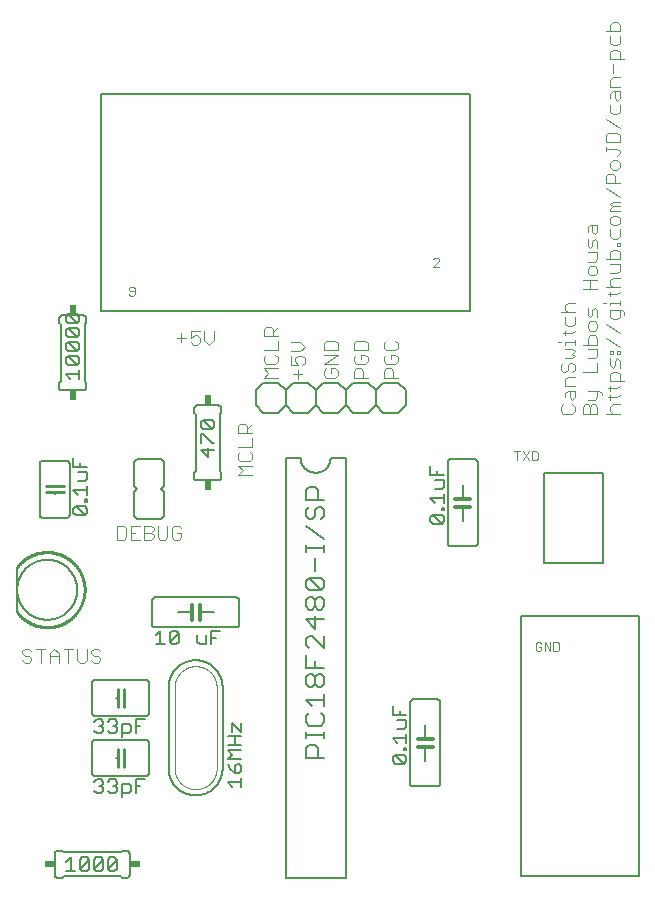
<source format=gto>
G75*
%MOIN*%
%OFA0B0*%
%FSLAX25Y25*%
%IPPOS*%
%LPD*%
%AMOC8*
5,1,8,0,0,1.08239X$1,22.5*
%
%ADD10C,0.00400*%
%ADD11C,0.00600*%
%ADD12C,0.01000*%
%ADD13C,0.00500*%
%ADD14C,0.01200*%
%ADD15C,0.00700*%
%ADD16C,0.00300*%
%ADD17R,0.02400X0.03400*%
%ADD18R,0.03400X0.02400*%
%ADD19C,0.00800*%
%ADD20C,0.00200*%
D10*
X0049069Y0086600D02*
X0048302Y0087367D01*
X0049069Y0086600D02*
X0050604Y0086600D01*
X0051371Y0087367D01*
X0051371Y0088135D01*
X0050604Y0088902D01*
X0049069Y0088902D01*
X0048302Y0089669D01*
X0048302Y0090437D01*
X0049069Y0091204D01*
X0050604Y0091204D01*
X0051371Y0090437D01*
X0052906Y0091204D02*
X0055975Y0091204D01*
X0054441Y0091204D02*
X0054441Y0086600D01*
X0057510Y0086600D02*
X0057510Y0089669D01*
X0059045Y0091204D01*
X0060579Y0089669D01*
X0060579Y0086600D01*
X0060579Y0088902D02*
X0057510Y0088902D01*
X0062114Y0091204D02*
X0065183Y0091204D01*
X0063648Y0091204D02*
X0063648Y0086600D01*
X0066718Y0087367D02*
X0066718Y0091204D01*
X0069787Y0091204D02*
X0069787Y0087367D01*
X0069020Y0086600D01*
X0067485Y0086600D01*
X0066718Y0087367D01*
X0071322Y0087367D02*
X0072089Y0086600D01*
X0073624Y0086600D01*
X0074391Y0087367D01*
X0074391Y0088135D01*
X0073624Y0088902D01*
X0072089Y0088902D01*
X0071322Y0089669D01*
X0071322Y0090437D01*
X0072089Y0091204D01*
X0073624Y0091204D01*
X0074391Y0090437D01*
X0079802Y0127600D02*
X0082104Y0127600D01*
X0082871Y0128367D01*
X0082871Y0131437D01*
X0082104Y0132204D01*
X0079802Y0132204D01*
X0079802Y0127600D01*
X0084406Y0127600D02*
X0084406Y0132204D01*
X0087475Y0132204D01*
X0089010Y0132204D02*
X0091312Y0132204D01*
X0092079Y0131437D01*
X0092079Y0130669D01*
X0091312Y0129902D01*
X0089010Y0129902D01*
X0091312Y0129902D02*
X0092079Y0129135D01*
X0092079Y0128367D01*
X0091312Y0127600D01*
X0089010Y0127600D01*
X0089010Y0132204D01*
X0085941Y0129902D02*
X0084406Y0129902D01*
X0084406Y0127600D02*
X0087475Y0127600D01*
X0093614Y0128367D02*
X0093614Y0132204D01*
X0096683Y0132204D02*
X0096683Y0128367D01*
X0095916Y0127600D01*
X0094381Y0127600D01*
X0093614Y0128367D01*
X0098218Y0128367D02*
X0098985Y0127600D01*
X0100520Y0127600D01*
X0101287Y0128367D01*
X0101287Y0129902D01*
X0099752Y0129902D01*
X0098218Y0131437D02*
X0098218Y0128367D01*
X0098218Y0131437D02*
X0098985Y0132204D01*
X0100520Y0132204D01*
X0101287Y0131437D01*
X0120298Y0149184D02*
X0121833Y0150719D01*
X0120298Y0152254D01*
X0124902Y0152254D01*
X0124135Y0153788D02*
X0124902Y0154555D01*
X0124902Y0156090D01*
X0124135Y0156857D01*
X0124902Y0158392D02*
X0120298Y0158392D01*
X0121065Y0156857D02*
X0120298Y0156090D01*
X0120298Y0154555D01*
X0121065Y0153788D01*
X0124135Y0153788D01*
X0124902Y0149184D02*
X0120298Y0149184D01*
X0124902Y0158392D02*
X0124902Y0161461D01*
X0124902Y0162996D02*
X0120298Y0162996D01*
X0120298Y0165298D01*
X0121065Y0166065D01*
X0122600Y0166065D01*
X0123367Y0165298D01*
X0123367Y0162996D01*
X0123367Y0164531D02*
X0124902Y0166065D01*
X0128798Y0181600D02*
X0130333Y0183135D01*
X0128798Y0184669D01*
X0133402Y0184669D01*
X0132635Y0186204D02*
X0129565Y0186204D01*
X0128798Y0186971D01*
X0128798Y0188506D01*
X0129565Y0189273D01*
X0128798Y0190808D02*
X0133402Y0190808D01*
X0133402Y0193877D01*
X0133402Y0195412D02*
X0128798Y0195412D01*
X0128798Y0197714D01*
X0129565Y0198481D01*
X0131100Y0198481D01*
X0131867Y0197714D01*
X0131867Y0195412D01*
X0131867Y0196946D02*
X0133402Y0198481D01*
X0137798Y0193377D02*
X0140867Y0193377D01*
X0142402Y0191842D01*
X0140867Y0190308D01*
X0137798Y0190308D01*
X0137798Y0188773D02*
X0137798Y0185704D01*
X0140100Y0185704D01*
X0139333Y0187239D01*
X0139333Y0188006D01*
X0140100Y0188773D01*
X0141635Y0188773D01*
X0142402Y0188006D01*
X0142402Y0186471D01*
X0141635Y0185704D01*
X0140100Y0184169D02*
X0140100Y0181100D01*
X0138565Y0182635D02*
X0141635Y0182635D01*
X0148798Y0182367D02*
X0149565Y0181600D01*
X0152635Y0181600D01*
X0153402Y0182367D01*
X0153402Y0183902D01*
X0152635Y0184669D01*
X0151100Y0184669D01*
X0151100Y0183135D01*
X0149565Y0184669D02*
X0148798Y0183902D01*
X0148798Y0182367D01*
X0148798Y0186204D02*
X0153402Y0189273D01*
X0148798Y0189273D01*
X0148798Y0190808D02*
X0148798Y0193110D01*
X0149565Y0193877D01*
X0152635Y0193877D01*
X0153402Y0193110D01*
X0153402Y0190808D01*
X0148798Y0190808D01*
X0148798Y0186204D02*
X0153402Y0186204D01*
X0158798Y0186971D02*
X0159565Y0186204D01*
X0162635Y0186204D01*
X0163402Y0186971D01*
X0163402Y0188506D01*
X0162635Y0189273D01*
X0161100Y0189273D01*
X0161100Y0187739D01*
X0159565Y0189273D02*
X0158798Y0188506D01*
X0158798Y0186971D01*
X0159565Y0184669D02*
X0158798Y0183902D01*
X0158798Y0181600D01*
X0163402Y0181600D01*
X0161867Y0181600D02*
X0161867Y0183902D01*
X0161100Y0184669D01*
X0159565Y0184669D01*
X0158798Y0190808D02*
X0158798Y0193110D01*
X0159565Y0193877D01*
X0162635Y0193877D01*
X0163402Y0193110D01*
X0163402Y0190808D01*
X0158798Y0190808D01*
X0168798Y0191575D02*
X0169565Y0190808D01*
X0172635Y0190808D01*
X0173402Y0191575D01*
X0173402Y0193110D01*
X0172635Y0193877D01*
X0169565Y0193877D02*
X0168798Y0193110D01*
X0168798Y0191575D01*
X0169565Y0189273D02*
X0168798Y0188506D01*
X0168798Y0186971D01*
X0169565Y0186204D01*
X0172635Y0186204D01*
X0173402Y0186971D01*
X0173402Y0188506D01*
X0172635Y0189273D01*
X0171100Y0189273D01*
X0171100Y0187739D01*
X0171100Y0184669D02*
X0169565Y0184669D01*
X0168798Y0183902D01*
X0168798Y0181600D01*
X0173402Y0181600D01*
X0171867Y0181600D02*
X0171867Y0183902D01*
X0171100Y0184669D01*
X0133402Y0186971D02*
X0133402Y0188506D01*
X0132635Y0189273D01*
X0133402Y0186971D02*
X0132635Y0186204D01*
X0133402Y0181600D02*
X0128798Y0181600D01*
X0112079Y0194135D02*
X0112079Y0197204D01*
X0109010Y0197204D02*
X0109010Y0194135D01*
X0110545Y0192600D01*
X0112079Y0194135D01*
X0107475Y0194902D02*
X0107475Y0193367D01*
X0106708Y0192600D01*
X0105173Y0192600D01*
X0104406Y0193367D01*
X0104406Y0194902D02*
X0105941Y0195669D01*
X0106708Y0195669D01*
X0107475Y0194902D01*
X0107475Y0197204D02*
X0104406Y0197204D01*
X0104406Y0194902D01*
X0102871Y0194902D02*
X0099802Y0194902D01*
X0101337Y0196437D02*
X0101337Y0193367D01*
X0227031Y0193387D02*
X0227798Y0193387D01*
X0229333Y0193387D02*
X0232402Y0193387D01*
X0232402Y0192620D02*
X0232402Y0194154D01*
X0231635Y0196456D02*
X0232402Y0197224D01*
X0231635Y0196456D02*
X0228565Y0196456D01*
X0229333Y0195689D02*
X0229333Y0197224D01*
X0230100Y0198758D02*
X0231635Y0198758D01*
X0232402Y0199525D01*
X0232402Y0201827D01*
X0232402Y0203362D02*
X0227798Y0203362D01*
X0229333Y0204129D02*
X0229333Y0205664D01*
X0230100Y0206431D01*
X0232402Y0206431D01*
X0230100Y0203362D02*
X0229333Y0204129D01*
X0229333Y0201827D02*
X0229333Y0199525D01*
X0230100Y0198758D01*
X0229333Y0193387D02*
X0229333Y0192620D01*
X0229333Y0191085D02*
X0231635Y0191085D01*
X0232402Y0190318D01*
X0231635Y0189550D01*
X0232402Y0188783D01*
X0231635Y0188016D01*
X0229333Y0188016D01*
X0228565Y0186481D02*
X0227798Y0185714D01*
X0227798Y0184179D01*
X0228565Y0183412D01*
X0229333Y0183412D01*
X0230100Y0184179D01*
X0230100Y0185714D01*
X0230867Y0186481D01*
X0231635Y0186481D01*
X0232402Y0185714D01*
X0232402Y0184179D01*
X0231635Y0183412D01*
X0232402Y0181877D02*
X0230100Y0181877D01*
X0229333Y0181110D01*
X0229333Y0178808D01*
X0232402Y0178808D01*
X0232402Y0177273D02*
X0232402Y0174971D01*
X0231635Y0174204D01*
X0230867Y0174971D01*
X0230867Y0177273D01*
X0230100Y0177273D02*
X0232402Y0177273D01*
X0230100Y0177273D02*
X0229333Y0176506D01*
X0229333Y0174971D01*
X0228565Y0172669D02*
X0227798Y0171902D01*
X0227798Y0170367D01*
X0228565Y0169600D01*
X0231635Y0169600D01*
X0232402Y0170367D01*
X0232402Y0171902D01*
X0231635Y0172669D01*
X0235298Y0171902D02*
X0235298Y0169600D01*
X0239902Y0169600D01*
X0239902Y0171902D01*
X0239135Y0172669D01*
X0238367Y0172669D01*
X0237600Y0171902D01*
X0237600Y0169600D01*
X0237600Y0171902D02*
X0236833Y0172669D01*
X0236065Y0172669D01*
X0235298Y0171902D01*
X0236833Y0174204D02*
X0239135Y0174204D01*
X0239902Y0174971D01*
X0239902Y0177273D01*
X0240669Y0177273D02*
X0236833Y0177273D01*
X0240669Y0177273D02*
X0241437Y0176506D01*
X0241437Y0175739D01*
X0243565Y0174971D02*
X0246635Y0174971D01*
X0247402Y0175739D01*
X0246635Y0178041D02*
X0243565Y0178041D01*
X0244333Y0178808D02*
X0244333Y0177273D01*
X0244333Y0175739D02*
X0244333Y0174204D01*
X0245100Y0172669D02*
X0247402Y0172669D01*
X0245100Y0172669D02*
X0244333Y0171902D01*
X0244333Y0170367D01*
X0245100Y0169600D01*
X0242798Y0169600D02*
X0247402Y0169600D01*
X0246635Y0178041D02*
X0247402Y0178808D01*
X0247402Y0180342D02*
X0247402Y0182644D01*
X0246635Y0183412D01*
X0245100Y0183412D01*
X0244333Y0182644D01*
X0244333Y0180342D01*
X0248937Y0180342D01*
X0247402Y0184946D02*
X0247402Y0187248D01*
X0246635Y0188016D01*
X0245867Y0187248D01*
X0245867Y0185714D01*
X0245100Y0184946D01*
X0244333Y0185714D01*
X0244333Y0188016D01*
X0244333Y0189550D02*
X0245100Y0189550D01*
X0245100Y0190318D01*
X0244333Y0190318D01*
X0244333Y0189550D01*
X0246635Y0189550D02*
X0247402Y0189550D01*
X0247402Y0190318D01*
X0246635Y0190318D01*
X0246635Y0189550D01*
X0247402Y0191852D02*
X0242798Y0194922D01*
X0239902Y0194922D02*
X0239902Y0192620D01*
X0235298Y0192620D01*
X0236833Y0192620D02*
X0236833Y0194922D01*
X0237600Y0195689D01*
X0239135Y0195689D01*
X0239902Y0194922D01*
X0239135Y0197224D02*
X0239902Y0197991D01*
X0239902Y0199526D01*
X0239135Y0200293D01*
X0237600Y0200293D01*
X0236833Y0199526D01*
X0236833Y0197991D01*
X0237600Y0197224D01*
X0239135Y0197224D01*
X0242798Y0199525D02*
X0247402Y0196456D01*
X0246635Y0201060D02*
X0245100Y0201060D01*
X0244333Y0201827D01*
X0244333Y0204129D01*
X0248169Y0204129D01*
X0248937Y0203362D01*
X0248937Y0202595D01*
X0247402Y0201827D02*
X0247402Y0204129D01*
X0247402Y0205664D02*
X0247402Y0207199D01*
X0247402Y0206431D02*
X0244333Y0206431D01*
X0244333Y0205664D01*
X0242798Y0206431D02*
X0242031Y0206431D01*
X0239902Y0204129D02*
X0239902Y0201827D01*
X0238367Y0202595D02*
X0237600Y0201827D01*
X0236833Y0202595D01*
X0236833Y0204897D01*
X0238367Y0204129D02*
X0238367Y0202595D01*
X0238367Y0204129D02*
X0239135Y0204897D01*
X0239902Y0204129D01*
X0244333Y0208733D02*
X0244333Y0210268D01*
X0243565Y0209501D02*
X0246635Y0209501D01*
X0247402Y0210268D01*
X0247402Y0211803D02*
X0242798Y0211803D01*
X0244333Y0212570D02*
X0244333Y0214105D01*
X0245100Y0214872D01*
X0247402Y0214872D01*
X0246635Y0216407D02*
X0244333Y0216407D01*
X0246635Y0216407D02*
X0247402Y0217174D01*
X0247402Y0219476D01*
X0244333Y0219476D01*
X0244333Y0221010D02*
X0244333Y0223312D01*
X0245100Y0224080D01*
X0246635Y0224080D01*
X0247402Y0223312D01*
X0247402Y0221010D01*
X0242798Y0221010D01*
X0239902Y0221010D02*
X0239902Y0223312D01*
X0236833Y0223312D01*
X0237600Y0224847D02*
X0236833Y0225614D01*
X0236833Y0227916D01*
X0238367Y0227149D02*
X0238367Y0225614D01*
X0237600Y0224847D01*
X0239902Y0224847D02*
X0239902Y0227149D01*
X0239135Y0227916D01*
X0238367Y0227149D01*
X0239135Y0229451D02*
X0238367Y0230218D01*
X0238367Y0232520D01*
X0237600Y0232520D02*
X0239902Y0232520D01*
X0239902Y0230218D01*
X0239135Y0229451D01*
X0236833Y0230218D02*
X0236833Y0231753D01*
X0237600Y0232520D01*
X0244333Y0233288D02*
X0245100Y0232520D01*
X0246635Y0232520D01*
X0247402Y0233288D01*
X0247402Y0234822D01*
X0246635Y0235590D01*
X0245100Y0235590D01*
X0244333Y0234822D01*
X0244333Y0233288D01*
X0244333Y0230986D02*
X0244333Y0228684D01*
X0245100Y0227916D01*
X0246635Y0227916D01*
X0247402Y0228684D01*
X0247402Y0230986D01*
X0247402Y0226382D02*
X0247402Y0225614D01*
X0246635Y0225614D01*
X0246635Y0226382D01*
X0247402Y0226382D01*
X0239902Y0221010D02*
X0239135Y0220243D01*
X0236833Y0220243D01*
X0237600Y0218709D02*
X0236833Y0217941D01*
X0236833Y0216407D01*
X0237600Y0215639D01*
X0239135Y0215639D01*
X0239902Y0216407D01*
X0239902Y0217941D01*
X0239135Y0218709D01*
X0237600Y0218709D01*
X0237600Y0214105D02*
X0237600Y0211035D01*
X0239902Y0211035D02*
X0235298Y0211035D01*
X0235298Y0214105D02*
X0239902Y0214105D01*
X0244333Y0212570D02*
X0245100Y0211803D01*
X0247402Y0201827D02*
X0246635Y0201060D01*
X0239902Y0191085D02*
X0236833Y0191085D01*
X0239902Y0191085D02*
X0239902Y0188783D01*
X0239135Y0188016D01*
X0236833Y0188016D01*
X0239902Y0186481D02*
X0239902Y0183412D01*
X0235298Y0183412D01*
X0244333Y0237124D02*
X0244333Y0237892D01*
X0245100Y0238659D01*
X0244333Y0239426D01*
X0245100Y0240193D01*
X0247402Y0240193D01*
X0247402Y0238659D02*
X0245100Y0238659D01*
X0244333Y0237124D02*
X0247402Y0237124D01*
X0247402Y0241728D02*
X0242798Y0244797D01*
X0242798Y0246332D02*
X0242798Y0248634D01*
X0243565Y0249401D01*
X0245100Y0249401D01*
X0245867Y0248634D01*
X0245867Y0246332D01*
X0247402Y0246332D02*
X0242798Y0246332D01*
X0245100Y0250936D02*
X0246635Y0250936D01*
X0247402Y0251703D01*
X0247402Y0253238D01*
X0246635Y0254005D01*
X0245100Y0254005D01*
X0244333Y0253238D01*
X0244333Y0251703D01*
X0245100Y0250936D01*
X0246635Y0255540D02*
X0247402Y0256307D01*
X0247402Y0257075D01*
X0246635Y0257842D01*
X0242798Y0257842D01*
X0242798Y0257075D02*
X0242798Y0258609D01*
X0242798Y0260144D02*
X0242798Y0262446D01*
X0243565Y0263213D01*
X0246635Y0263213D01*
X0247402Y0262446D01*
X0247402Y0260144D01*
X0242798Y0260144D01*
X0247402Y0264748D02*
X0242798Y0267817D01*
X0244333Y0270119D02*
X0244333Y0272421D01*
X0244333Y0274723D02*
X0244333Y0276258D01*
X0245100Y0277025D01*
X0247402Y0277025D01*
X0247402Y0274723D01*
X0246635Y0273956D01*
X0245867Y0274723D01*
X0245867Y0277025D01*
X0244333Y0278560D02*
X0244333Y0280861D01*
X0245100Y0281629D01*
X0247402Y0281629D01*
X0245100Y0283163D02*
X0245100Y0286233D01*
X0244333Y0287767D02*
X0244333Y0290069D01*
X0245100Y0290837D01*
X0246635Y0290837D01*
X0247402Y0290069D01*
X0247402Y0287767D01*
X0248937Y0287767D02*
X0244333Y0287767D01*
X0245100Y0292371D02*
X0246635Y0292371D01*
X0247402Y0293139D01*
X0247402Y0295441D01*
X0247402Y0296975D02*
X0247402Y0299277D01*
X0246635Y0300045D01*
X0245100Y0300045D01*
X0244333Y0299277D01*
X0244333Y0296975D01*
X0244333Y0295441D02*
X0244333Y0293139D01*
X0245100Y0292371D01*
X0242798Y0296975D02*
X0247402Y0296975D01*
X0247402Y0278560D02*
X0244333Y0278560D01*
X0247402Y0272421D02*
X0247402Y0270119D01*
X0246635Y0269352D01*
X0245100Y0269352D01*
X0244333Y0270119D01*
D11*
X0173602Y0179900D02*
X0168602Y0179900D01*
X0166102Y0177400D01*
X0166102Y0172400D01*
X0168602Y0169900D01*
X0173602Y0169900D01*
X0176102Y0172400D01*
X0176102Y0177400D01*
X0173602Y0179900D01*
X0166102Y0177400D02*
X0163602Y0179900D01*
X0158602Y0179900D01*
X0156102Y0177400D01*
X0156102Y0172400D01*
X0158602Y0169900D01*
X0163602Y0169900D01*
X0166102Y0172400D01*
X0156102Y0172400D02*
X0153602Y0169900D01*
X0148602Y0169900D01*
X0146102Y0172400D01*
X0143602Y0169900D01*
X0138602Y0169900D01*
X0136102Y0172400D01*
X0133602Y0169900D01*
X0128602Y0169900D01*
X0126102Y0172400D01*
X0126102Y0177400D01*
X0128602Y0179900D01*
X0133602Y0179900D01*
X0136102Y0177400D01*
X0138602Y0179900D01*
X0143602Y0179900D01*
X0146102Y0177400D01*
X0146102Y0172400D01*
X0146102Y0177400D02*
X0148602Y0179900D01*
X0153602Y0179900D01*
X0156102Y0177400D01*
X0136102Y0177400D02*
X0136102Y0172400D01*
X0136102Y0154900D02*
X0141102Y0154900D01*
X0141104Y0154760D01*
X0141110Y0154620D01*
X0141120Y0154480D01*
X0141133Y0154340D01*
X0141151Y0154201D01*
X0141173Y0154062D01*
X0141198Y0153925D01*
X0141227Y0153787D01*
X0141260Y0153651D01*
X0141297Y0153516D01*
X0141338Y0153382D01*
X0141383Y0153249D01*
X0141431Y0153117D01*
X0141483Y0152987D01*
X0141538Y0152858D01*
X0141597Y0152731D01*
X0141660Y0152605D01*
X0141726Y0152481D01*
X0141795Y0152360D01*
X0141868Y0152240D01*
X0141945Y0152122D01*
X0142024Y0152007D01*
X0142107Y0151893D01*
X0142193Y0151783D01*
X0142282Y0151674D01*
X0142374Y0151568D01*
X0142469Y0151465D01*
X0142566Y0151364D01*
X0142667Y0151267D01*
X0142770Y0151172D01*
X0142876Y0151080D01*
X0142985Y0150991D01*
X0143095Y0150905D01*
X0143209Y0150822D01*
X0143324Y0150743D01*
X0143442Y0150666D01*
X0143562Y0150593D01*
X0143683Y0150524D01*
X0143807Y0150458D01*
X0143933Y0150395D01*
X0144060Y0150336D01*
X0144189Y0150281D01*
X0144319Y0150229D01*
X0144451Y0150181D01*
X0144584Y0150136D01*
X0144718Y0150095D01*
X0144853Y0150058D01*
X0144989Y0150025D01*
X0145127Y0149996D01*
X0145264Y0149971D01*
X0145403Y0149949D01*
X0145542Y0149931D01*
X0145682Y0149918D01*
X0145822Y0149908D01*
X0145962Y0149902D01*
X0146102Y0149900D01*
X0146242Y0149902D01*
X0146382Y0149908D01*
X0146522Y0149918D01*
X0146662Y0149931D01*
X0146801Y0149949D01*
X0146940Y0149971D01*
X0147077Y0149996D01*
X0147215Y0150025D01*
X0147351Y0150058D01*
X0147486Y0150095D01*
X0147620Y0150136D01*
X0147753Y0150181D01*
X0147885Y0150229D01*
X0148015Y0150281D01*
X0148144Y0150336D01*
X0148271Y0150395D01*
X0148397Y0150458D01*
X0148521Y0150524D01*
X0148642Y0150593D01*
X0148762Y0150666D01*
X0148880Y0150743D01*
X0148995Y0150822D01*
X0149109Y0150905D01*
X0149219Y0150991D01*
X0149328Y0151080D01*
X0149434Y0151172D01*
X0149537Y0151267D01*
X0149638Y0151364D01*
X0149735Y0151465D01*
X0149830Y0151568D01*
X0149922Y0151674D01*
X0150011Y0151783D01*
X0150097Y0151893D01*
X0150180Y0152007D01*
X0150259Y0152122D01*
X0150336Y0152240D01*
X0150409Y0152360D01*
X0150478Y0152481D01*
X0150544Y0152605D01*
X0150607Y0152731D01*
X0150666Y0152858D01*
X0150721Y0152987D01*
X0150773Y0153117D01*
X0150821Y0153249D01*
X0150866Y0153382D01*
X0150907Y0153516D01*
X0150944Y0153651D01*
X0150977Y0153787D01*
X0151006Y0153925D01*
X0151031Y0154062D01*
X0151053Y0154201D01*
X0151071Y0154340D01*
X0151084Y0154480D01*
X0151094Y0154620D01*
X0151100Y0154760D01*
X0151102Y0154900D01*
X0156102Y0154900D01*
X0156102Y0014900D01*
X0136102Y0014900D01*
X0136102Y0154400D01*
X0114602Y0149900D02*
X0114602Y0148400D01*
X0114600Y0148340D01*
X0114595Y0148279D01*
X0114586Y0148220D01*
X0114573Y0148161D01*
X0114557Y0148102D01*
X0114537Y0148045D01*
X0114514Y0147990D01*
X0114487Y0147935D01*
X0114458Y0147883D01*
X0114425Y0147832D01*
X0114389Y0147783D01*
X0114351Y0147737D01*
X0114309Y0147693D01*
X0114265Y0147651D01*
X0114219Y0147613D01*
X0114170Y0147577D01*
X0114119Y0147544D01*
X0114067Y0147515D01*
X0114012Y0147488D01*
X0113957Y0147465D01*
X0113900Y0147445D01*
X0113841Y0147429D01*
X0113782Y0147416D01*
X0113723Y0147407D01*
X0113662Y0147402D01*
X0113602Y0147400D01*
X0106602Y0147400D01*
X0106542Y0147402D01*
X0106481Y0147407D01*
X0106422Y0147416D01*
X0106363Y0147429D01*
X0106304Y0147445D01*
X0106247Y0147465D01*
X0106192Y0147488D01*
X0106137Y0147515D01*
X0106085Y0147544D01*
X0106034Y0147577D01*
X0105985Y0147613D01*
X0105939Y0147651D01*
X0105895Y0147693D01*
X0105853Y0147737D01*
X0105815Y0147783D01*
X0105779Y0147832D01*
X0105746Y0147883D01*
X0105717Y0147935D01*
X0105690Y0147990D01*
X0105667Y0148045D01*
X0105647Y0148102D01*
X0105631Y0148161D01*
X0105618Y0148220D01*
X0105609Y0148279D01*
X0105604Y0148340D01*
X0105602Y0148400D01*
X0105602Y0149900D01*
X0106102Y0150400D01*
X0106102Y0169400D01*
X0105602Y0169900D01*
X0105602Y0171400D01*
X0105604Y0171460D01*
X0105609Y0171521D01*
X0105618Y0171580D01*
X0105631Y0171639D01*
X0105647Y0171698D01*
X0105667Y0171755D01*
X0105690Y0171810D01*
X0105717Y0171865D01*
X0105746Y0171917D01*
X0105779Y0171968D01*
X0105815Y0172017D01*
X0105853Y0172063D01*
X0105895Y0172107D01*
X0105939Y0172149D01*
X0105985Y0172187D01*
X0106034Y0172223D01*
X0106085Y0172256D01*
X0106137Y0172285D01*
X0106192Y0172312D01*
X0106247Y0172335D01*
X0106304Y0172355D01*
X0106363Y0172371D01*
X0106422Y0172384D01*
X0106481Y0172393D01*
X0106542Y0172398D01*
X0106602Y0172400D01*
X0113602Y0172400D01*
X0113662Y0172398D01*
X0113723Y0172393D01*
X0113782Y0172384D01*
X0113841Y0172371D01*
X0113900Y0172355D01*
X0113957Y0172335D01*
X0114012Y0172312D01*
X0114067Y0172285D01*
X0114119Y0172256D01*
X0114170Y0172223D01*
X0114219Y0172187D01*
X0114265Y0172149D01*
X0114309Y0172107D01*
X0114351Y0172063D01*
X0114389Y0172017D01*
X0114425Y0171968D01*
X0114458Y0171917D01*
X0114487Y0171865D01*
X0114514Y0171810D01*
X0114537Y0171755D01*
X0114557Y0171698D01*
X0114573Y0171639D01*
X0114586Y0171580D01*
X0114595Y0171521D01*
X0114600Y0171460D01*
X0114602Y0171400D01*
X0114602Y0169900D01*
X0114102Y0169400D01*
X0114102Y0150400D01*
X0114602Y0149900D01*
X0095602Y0153400D02*
X0095602Y0145400D01*
X0094602Y0144400D01*
X0095602Y0143400D01*
X0095602Y0135400D01*
X0094602Y0134400D01*
X0086602Y0134400D01*
X0085602Y0135400D01*
X0085602Y0143400D01*
X0086602Y0144400D01*
X0085602Y0145400D01*
X0085602Y0153400D01*
X0086602Y0154400D01*
X0094602Y0154400D01*
X0095602Y0153400D01*
X0069602Y0178400D02*
X0069602Y0179900D01*
X0069102Y0180400D01*
X0069102Y0199400D01*
X0069602Y0199900D01*
X0069602Y0201400D01*
X0069600Y0201460D01*
X0069595Y0201521D01*
X0069586Y0201580D01*
X0069573Y0201639D01*
X0069557Y0201698D01*
X0069537Y0201755D01*
X0069514Y0201810D01*
X0069487Y0201865D01*
X0069458Y0201917D01*
X0069425Y0201968D01*
X0069389Y0202017D01*
X0069351Y0202063D01*
X0069309Y0202107D01*
X0069265Y0202149D01*
X0069219Y0202187D01*
X0069170Y0202223D01*
X0069119Y0202256D01*
X0069067Y0202285D01*
X0069012Y0202312D01*
X0068957Y0202335D01*
X0068900Y0202355D01*
X0068841Y0202371D01*
X0068782Y0202384D01*
X0068723Y0202393D01*
X0068662Y0202398D01*
X0068602Y0202400D01*
X0061602Y0202400D01*
X0061542Y0202398D01*
X0061481Y0202393D01*
X0061422Y0202384D01*
X0061363Y0202371D01*
X0061304Y0202355D01*
X0061247Y0202335D01*
X0061192Y0202312D01*
X0061137Y0202285D01*
X0061085Y0202256D01*
X0061034Y0202223D01*
X0060985Y0202187D01*
X0060939Y0202149D01*
X0060895Y0202107D01*
X0060853Y0202063D01*
X0060815Y0202017D01*
X0060779Y0201968D01*
X0060746Y0201917D01*
X0060717Y0201865D01*
X0060690Y0201810D01*
X0060667Y0201755D01*
X0060647Y0201698D01*
X0060631Y0201639D01*
X0060618Y0201580D01*
X0060609Y0201521D01*
X0060604Y0201460D01*
X0060602Y0201400D01*
X0060602Y0199900D01*
X0061102Y0199400D01*
X0061102Y0180400D01*
X0060602Y0179900D01*
X0060602Y0178400D01*
X0060604Y0178340D01*
X0060609Y0178279D01*
X0060618Y0178220D01*
X0060631Y0178161D01*
X0060647Y0178102D01*
X0060667Y0178045D01*
X0060690Y0177990D01*
X0060717Y0177935D01*
X0060746Y0177883D01*
X0060779Y0177832D01*
X0060815Y0177783D01*
X0060853Y0177737D01*
X0060895Y0177693D01*
X0060939Y0177651D01*
X0060985Y0177613D01*
X0061034Y0177577D01*
X0061085Y0177544D01*
X0061137Y0177515D01*
X0061192Y0177488D01*
X0061247Y0177465D01*
X0061304Y0177445D01*
X0061363Y0177429D01*
X0061422Y0177416D01*
X0061481Y0177407D01*
X0061542Y0177402D01*
X0061602Y0177400D01*
X0068602Y0177400D01*
X0068662Y0177402D01*
X0068723Y0177407D01*
X0068782Y0177416D01*
X0068841Y0177429D01*
X0068900Y0177445D01*
X0068957Y0177465D01*
X0069012Y0177488D01*
X0069067Y0177515D01*
X0069119Y0177544D01*
X0069170Y0177577D01*
X0069219Y0177613D01*
X0069265Y0177651D01*
X0069309Y0177693D01*
X0069351Y0177737D01*
X0069389Y0177783D01*
X0069425Y0177832D01*
X0069458Y0177883D01*
X0069487Y0177935D01*
X0069514Y0177990D01*
X0069537Y0178045D01*
X0069557Y0178102D01*
X0069573Y0178161D01*
X0069586Y0178220D01*
X0069595Y0178279D01*
X0069600Y0178340D01*
X0069602Y0178400D01*
X0063102Y0153900D02*
X0055102Y0153900D01*
X0055042Y0153898D01*
X0054981Y0153893D01*
X0054922Y0153884D01*
X0054863Y0153871D01*
X0054804Y0153855D01*
X0054747Y0153835D01*
X0054692Y0153812D01*
X0054637Y0153785D01*
X0054585Y0153756D01*
X0054534Y0153723D01*
X0054485Y0153687D01*
X0054439Y0153649D01*
X0054395Y0153607D01*
X0054353Y0153563D01*
X0054315Y0153517D01*
X0054279Y0153468D01*
X0054246Y0153417D01*
X0054217Y0153365D01*
X0054190Y0153310D01*
X0054167Y0153255D01*
X0054147Y0153198D01*
X0054131Y0153139D01*
X0054118Y0153080D01*
X0054109Y0153021D01*
X0054104Y0152960D01*
X0054102Y0152900D01*
X0054102Y0135900D01*
X0054104Y0135840D01*
X0054109Y0135779D01*
X0054118Y0135720D01*
X0054131Y0135661D01*
X0054147Y0135602D01*
X0054167Y0135545D01*
X0054190Y0135490D01*
X0054217Y0135435D01*
X0054246Y0135383D01*
X0054279Y0135332D01*
X0054315Y0135283D01*
X0054353Y0135237D01*
X0054395Y0135193D01*
X0054439Y0135151D01*
X0054485Y0135113D01*
X0054534Y0135077D01*
X0054585Y0135044D01*
X0054637Y0135015D01*
X0054692Y0134988D01*
X0054747Y0134965D01*
X0054804Y0134945D01*
X0054863Y0134929D01*
X0054922Y0134916D01*
X0054981Y0134907D01*
X0055042Y0134902D01*
X0055102Y0134900D01*
X0063102Y0134900D01*
X0063162Y0134902D01*
X0063223Y0134907D01*
X0063282Y0134916D01*
X0063341Y0134929D01*
X0063400Y0134945D01*
X0063457Y0134965D01*
X0063512Y0134988D01*
X0063567Y0135015D01*
X0063619Y0135044D01*
X0063670Y0135077D01*
X0063719Y0135113D01*
X0063765Y0135151D01*
X0063809Y0135193D01*
X0063851Y0135237D01*
X0063889Y0135283D01*
X0063925Y0135332D01*
X0063958Y0135383D01*
X0063987Y0135435D01*
X0064014Y0135490D01*
X0064037Y0135545D01*
X0064057Y0135602D01*
X0064073Y0135661D01*
X0064086Y0135720D01*
X0064095Y0135779D01*
X0064100Y0135840D01*
X0064102Y0135900D01*
X0064102Y0152900D01*
X0064100Y0152960D01*
X0064095Y0153021D01*
X0064086Y0153080D01*
X0064073Y0153139D01*
X0064057Y0153198D01*
X0064037Y0153255D01*
X0064014Y0153310D01*
X0063987Y0153365D01*
X0063958Y0153417D01*
X0063925Y0153468D01*
X0063889Y0153517D01*
X0063851Y0153563D01*
X0063809Y0153607D01*
X0063765Y0153649D01*
X0063719Y0153687D01*
X0063670Y0153723D01*
X0063619Y0153756D01*
X0063567Y0153785D01*
X0063512Y0153812D01*
X0063457Y0153835D01*
X0063400Y0153855D01*
X0063341Y0153871D01*
X0063282Y0153884D01*
X0063223Y0153893D01*
X0063162Y0153898D01*
X0063102Y0153900D01*
X0059102Y0145900D02*
X0059102Y0145400D01*
X0059102Y0143400D02*
X0059102Y0142900D01*
X0046602Y0110900D02*
X0046605Y0111145D01*
X0046614Y0111391D01*
X0046629Y0111636D01*
X0046650Y0111880D01*
X0046677Y0112124D01*
X0046710Y0112367D01*
X0046749Y0112610D01*
X0046794Y0112851D01*
X0046845Y0113091D01*
X0046902Y0113330D01*
X0046964Y0113567D01*
X0047033Y0113803D01*
X0047107Y0114037D01*
X0047187Y0114269D01*
X0047272Y0114499D01*
X0047363Y0114727D01*
X0047460Y0114952D01*
X0047562Y0115176D01*
X0047670Y0115396D01*
X0047783Y0115614D01*
X0047901Y0115829D01*
X0048025Y0116041D01*
X0048153Y0116250D01*
X0048287Y0116456D01*
X0048426Y0116658D01*
X0048570Y0116857D01*
X0048719Y0117052D01*
X0048872Y0117244D01*
X0049030Y0117432D01*
X0049192Y0117616D01*
X0049360Y0117795D01*
X0049531Y0117971D01*
X0049707Y0118142D01*
X0049886Y0118310D01*
X0050070Y0118472D01*
X0050258Y0118630D01*
X0050450Y0118783D01*
X0050645Y0118932D01*
X0050844Y0119076D01*
X0051046Y0119215D01*
X0051252Y0119349D01*
X0051461Y0119477D01*
X0051673Y0119601D01*
X0051888Y0119719D01*
X0052106Y0119832D01*
X0052326Y0119940D01*
X0052550Y0120042D01*
X0052775Y0120139D01*
X0053003Y0120230D01*
X0053233Y0120315D01*
X0053465Y0120395D01*
X0053699Y0120469D01*
X0053935Y0120538D01*
X0054172Y0120600D01*
X0054411Y0120657D01*
X0054651Y0120708D01*
X0054892Y0120753D01*
X0055135Y0120792D01*
X0055378Y0120825D01*
X0055622Y0120852D01*
X0055866Y0120873D01*
X0056111Y0120888D01*
X0056357Y0120897D01*
X0056602Y0120900D01*
X0056847Y0120897D01*
X0057093Y0120888D01*
X0057338Y0120873D01*
X0057582Y0120852D01*
X0057826Y0120825D01*
X0058069Y0120792D01*
X0058312Y0120753D01*
X0058553Y0120708D01*
X0058793Y0120657D01*
X0059032Y0120600D01*
X0059269Y0120538D01*
X0059505Y0120469D01*
X0059739Y0120395D01*
X0059971Y0120315D01*
X0060201Y0120230D01*
X0060429Y0120139D01*
X0060654Y0120042D01*
X0060878Y0119940D01*
X0061098Y0119832D01*
X0061316Y0119719D01*
X0061531Y0119601D01*
X0061743Y0119477D01*
X0061952Y0119349D01*
X0062158Y0119215D01*
X0062360Y0119076D01*
X0062559Y0118932D01*
X0062754Y0118783D01*
X0062946Y0118630D01*
X0063134Y0118472D01*
X0063318Y0118310D01*
X0063497Y0118142D01*
X0063673Y0117971D01*
X0063844Y0117795D01*
X0064012Y0117616D01*
X0064174Y0117432D01*
X0064332Y0117244D01*
X0064485Y0117052D01*
X0064634Y0116857D01*
X0064778Y0116658D01*
X0064917Y0116456D01*
X0065051Y0116250D01*
X0065179Y0116041D01*
X0065303Y0115829D01*
X0065421Y0115614D01*
X0065534Y0115396D01*
X0065642Y0115176D01*
X0065744Y0114952D01*
X0065841Y0114727D01*
X0065932Y0114499D01*
X0066017Y0114269D01*
X0066097Y0114037D01*
X0066171Y0113803D01*
X0066240Y0113567D01*
X0066302Y0113330D01*
X0066359Y0113091D01*
X0066410Y0112851D01*
X0066455Y0112610D01*
X0066494Y0112367D01*
X0066527Y0112124D01*
X0066554Y0111880D01*
X0066575Y0111636D01*
X0066590Y0111391D01*
X0066599Y0111145D01*
X0066602Y0110900D01*
X0066599Y0110655D01*
X0066590Y0110409D01*
X0066575Y0110164D01*
X0066554Y0109920D01*
X0066527Y0109676D01*
X0066494Y0109433D01*
X0066455Y0109190D01*
X0066410Y0108949D01*
X0066359Y0108709D01*
X0066302Y0108470D01*
X0066240Y0108233D01*
X0066171Y0107997D01*
X0066097Y0107763D01*
X0066017Y0107531D01*
X0065932Y0107301D01*
X0065841Y0107073D01*
X0065744Y0106848D01*
X0065642Y0106624D01*
X0065534Y0106404D01*
X0065421Y0106186D01*
X0065303Y0105971D01*
X0065179Y0105759D01*
X0065051Y0105550D01*
X0064917Y0105344D01*
X0064778Y0105142D01*
X0064634Y0104943D01*
X0064485Y0104748D01*
X0064332Y0104556D01*
X0064174Y0104368D01*
X0064012Y0104184D01*
X0063844Y0104005D01*
X0063673Y0103829D01*
X0063497Y0103658D01*
X0063318Y0103490D01*
X0063134Y0103328D01*
X0062946Y0103170D01*
X0062754Y0103017D01*
X0062559Y0102868D01*
X0062360Y0102724D01*
X0062158Y0102585D01*
X0061952Y0102451D01*
X0061743Y0102323D01*
X0061531Y0102199D01*
X0061316Y0102081D01*
X0061098Y0101968D01*
X0060878Y0101860D01*
X0060654Y0101758D01*
X0060429Y0101661D01*
X0060201Y0101570D01*
X0059971Y0101485D01*
X0059739Y0101405D01*
X0059505Y0101331D01*
X0059269Y0101262D01*
X0059032Y0101200D01*
X0058793Y0101143D01*
X0058553Y0101092D01*
X0058312Y0101047D01*
X0058069Y0101008D01*
X0057826Y0100975D01*
X0057582Y0100948D01*
X0057338Y0100927D01*
X0057093Y0100912D01*
X0056847Y0100903D01*
X0056602Y0100900D01*
X0056357Y0100903D01*
X0056111Y0100912D01*
X0055866Y0100927D01*
X0055622Y0100948D01*
X0055378Y0100975D01*
X0055135Y0101008D01*
X0054892Y0101047D01*
X0054651Y0101092D01*
X0054411Y0101143D01*
X0054172Y0101200D01*
X0053935Y0101262D01*
X0053699Y0101331D01*
X0053465Y0101405D01*
X0053233Y0101485D01*
X0053003Y0101570D01*
X0052775Y0101661D01*
X0052550Y0101758D01*
X0052326Y0101860D01*
X0052106Y0101968D01*
X0051888Y0102081D01*
X0051673Y0102199D01*
X0051461Y0102323D01*
X0051252Y0102451D01*
X0051046Y0102585D01*
X0050844Y0102724D01*
X0050645Y0102868D01*
X0050450Y0103017D01*
X0050258Y0103170D01*
X0050070Y0103328D01*
X0049886Y0103490D01*
X0049707Y0103658D01*
X0049531Y0103829D01*
X0049360Y0104005D01*
X0049192Y0104184D01*
X0049030Y0104368D01*
X0048872Y0104556D01*
X0048719Y0104748D01*
X0048570Y0104943D01*
X0048426Y0105142D01*
X0048287Y0105344D01*
X0048153Y0105550D01*
X0048025Y0105759D01*
X0047901Y0105971D01*
X0047783Y0106186D01*
X0047670Y0106404D01*
X0047562Y0106624D01*
X0047460Y0106848D01*
X0047363Y0107073D01*
X0047272Y0107301D01*
X0047187Y0107531D01*
X0047107Y0107763D01*
X0047033Y0107997D01*
X0046964Y0108233D01*
X0046902Y0108470D01*
X0046845Y0108709D01*
X0046794Y0108949D01*
X0046749Y0109190D01*
X0046710Y0109433D01*
X0046677Y0109676D01*
X0046650Y0109920D01*
X0046629Y0110164D01*
X0046614Y0110409D01*
X0046605Y0110655D01*
X0046602Y0110900D01*
X0072602Y0080900D02*
X0089602Y0080900D01*
X0089662Y0080898D01*
X0089723Y0080893D01*
X0089782Y0080884D01*
X0089841Y0080871D01*
X0089900Y0080855D01*
X0089957Y0080835D01*
X0090012Y0080812D01*
X0090067Y0080785D01*
X0090119Y0080756D01*
X0090170Y0080723D01*
X0090219Y0080687D01*
X0090265Y0080649D01*
X0090309Y0080607D01*
X0090351Y0080563D01*
X0090389Y0080517D01*
X0090425Y0080468D01*
X0090458Y0080417D01*
X0090487Y0080365D01*
X0090514Y0080310D01*
X0090537Y0080255D01*
X0090557Y0080198D01*
X0090573Y0080139D01*
X0090586Y0080080D01*
X0090595Y0080021D01*
X0090600Y0079960D01*
X0090602Y0079900D01*
X0090602Y0069900D01*
X0090600Y0069840D01*
X0090595Y0069779D01*
X0090586Y0069720D01*
X0090573Y0069661D01*
X0090557Y0069602D01*
X0090537Y0069545D01*
X0090514Y0069490D01*
X0090487Y0069435D01*
X0090458Y0069383D01*
X0090425Y0069332D01*
X0090389Y0069283D01*
X0090351Y0069237D01*
X0090309Y0069193D01*
X0090265Y0069151D01*
X0090219Y0069113D01*
X0090170Y0069077D01*
X0090119Y0069044D01*
X0090067Y0069015D01*
X0090012Y0068988D01*
X0089957Y0068965D01*
X0089900Y0068945D01*
X0089841Y0068929D01*
X0089782Y0068916D01*
X0089723Y0068907D01*
X0089662Y0068902D01*
X0089602Y0068900D01*
X0072602Y0068900D01*
X0072542Y0068902D01*
X0072481Y0068907D01*
X0072422Y0068916D01*
X0072363Y0068929D01*
X0072304Y0068945D01*
X0072247Y0068965D01*
X0072192Y0068988D01*
X0072137Y0069015D01*
X0072085Y0069044D01*
X0072034Y0069077D01*
X0071985Y0069113D01*
X0071939Y0069151D01*
X0071895Y0069193D01*
X0071853Y0069237D01*
X0071815Y0069283D01*
X0071779Y0069332D01*
X0071746Y0069383D01*
X0071717Y0069435D01*
X0071690Y0069490D01*
X0071667Y0069545D01*
X0071647Y0069602D01*
X0071631Y0069661D01*
X0071618Y0069720D01*
X0071609Y0069779D01*
X0071604Y0069840D01*
X0071602Y0069900D01*
X0071602Y0079900D01*
X0071604Y0079960D01*
X0071609Y0080021D01*
X0071618Y0080080D01*
X0071631Y0080139D01*
X0071647Y0080198D01*
X0071667Y0080255D01*
X0071690Y0080310D01*
X0071717Y0080365D01*
X0071746Y0080417D01*
X0071779Y0080468D01*
X0071815Y0080517D01*
X0071853Y0080563D01*
X0071895Y0080607D01*
X0071939Y0080649D01*
X0071985Y0080687D01*
X0072034Y0080723D01*
X0072085Y0080756D01*
X0072137Y0080785D01*
X0072192Y0080812D01*
X0072247Y0080835D01*
X0072304Y0080855D01*
X0072363Y0080871D01*
X0072422Y0080884D01*
X0072481Y0080893D01*
X0072542Y0080898D01*
X0072602Y0080900D01*
X0079602Y0074900D02*
X0080102Y0074900D01*
X0082102Y0074900D02*
X0082602Y0074900D01*
X0089602Y0060900D02*
X0072602Y0060900D01*
X0072542Y0060898D01*
X0072481Y0060893D01*
X0072422Y0060884D01*
X0072363Y0060871D01*
X0072304Y0060855D01*
X0072247Y0060835D01*
X0072192Y0060812D01*
X0072137Y0060785D01*
X0072085Y0060756D01*
X0072034Y0060723D01*
X0071985Y0060687D01*
X0071939Y0060649D01*
X0071895Y0060607D01*
X0071853Y0060563D01*
X0071815Y0060517D01*
X0071779Y0060468D01*
X0071746Y0060417D01*
X0071717Y0060365D01*
X0071690Y0060310D01*
X0071667Y0060255D01*
X0071647Y0060198D01*
X0071631Y0060139D01*
X0071618Y0060080D01*
X0071609Y0060021D01*
X0071604Y0059960D01*
X0071602Y0059900D01*
X0071602Y0049900D01*
X0071604Y0049840D01*
X0071609Y0049779D01*
X0071618Y0049720D01*
X0071631Y0049661D01*
X0071647Y0049602D01*
X0071667Y0049545D01*
X0071690Y0049490D01*
X0071717Y0049435D01*
X0071746Y0049383D01*
X0071779Y0049332D01*
X0071815Y0049283D01*
X0071853Y0049237D01*
X0071895Y0049193D01*
X0071939Y0049151D01*
X0071985Y0049113D01*
X0072034Y0049077D01*
X0072085Y0049044D01*
X0072137Y0049015D01*
X0072192Y0048988D01*
X0072247Y0048965D01*
X0072304Y0048945D01*
X0072363Y0048929D01*
X0072422Y0048916D01*
X0072481Y0048907D01*
X0072542Y0048902D01*
X0072602Y0048900D01*
X0089602Y0048900D01*
X0089662Y0048902D01*
X0089723Y0048907D01*
X0089782Y0048916D01*
X0089841Y0048929D01*
X0089900Y0048945D01*
X0089957Y0048965D01*
X0090012Y0048988D01*
X0090067Y0049015D01*
X0090119Y0049044D01*
X0090170Y0049077D01*
X0090219Y0049113D01*
X0090265Y0049151D01*
X0090309Y0049193D01*
X0090351Y0049237D01*
X0090389Y0049283D01*
X0090425Y0049332D01*
X0090458Y0049383D01*
X0090487Y0049435D01*
X0090514Y0049490D01*
X0090537Y0049545D01*
X0090557Y0049602D01*
X0090573Y0049661D01*
X0090586Y0049720D01*
X0090595Y0049779D01*
X0090600Y0049840D01*
X0090602Y0049900D01*
X0090602Y0059900D01*
X0090600Y0059960D01*
X0090595Y0060021D01*
X0090586Y0060080D01*
X0090573Y0060139D01*
X0090557Y0060198D01*
X0090537Y0060255D01*
X0090514Y0060310D01*
X0090487Y0060365D01*
X0090458Y0060417D01*
X0090425Y0060468D01*
X0090389Y0060517D01*
X0090351Y0060563D01*
X0090309Y0060607D01*
X0090265Y0060649D01*
X0090219Y0060687D01*
X0090170Y0060723D01*
X0090119Y0060756D01*
X0090067Y0060785D01*
X0090012Y0060812D01*
X0089957Y0060835D01*
X0089900Y0060855D01*
X0089841Y0060871D01*
X0089782Y0060884D01*
X0089723Y0060893D01*
X0089662Y0060898D01*
X0089602Y0060900D01*
X0082602Y0054900D02*
X0082102Y0054900D01*
X0080102Y0054900D02*
X0079602Y0054900D01*
X0097102Y0051400D02*
X0097102Y0078400D01*
X0097105Y0078619D01*
X0097113Y0078838D01*
X0097126Y0079057D01*
X0097145Y0079275D01*
X0097169Y0079493D01*
X0097198Y0079710D01*
X0097232Y0079927D01*
X0097272Y0080142D01*
X0097317Y0080357D01*
X0097368Y0080570D01*
X0097423Y0080782D01*
X0097484Y0080993D01*
X0097549Y0081202D01*
X0097620Y0081409D01*
X0097696Y0081615D01*
X0097777Y0081819D01*
X0097862Y0082021D01*
X0097953Y0082220D01*
X0098048Y0082417D01*
X0098149Y0082612D01*
X0098254Y0082805D01*
X0098363Y0082995D01*
X0098477Y0083182D01*
X0098596Y0083366D01*
X0098719Y0083547D01*
X0098847Y0083725D01*
X0098979Y0083901D01*
X0099115Y0084072D01*
X0099255Y0084241D01*
X0099399Y0084406D01*
X0099547Y0084567D01*
X0099699Y0084725D01*
X0099855Y0084879D01*
X0100015Y0085029D01*
X0100178Y0085176D01*
X0100345Y0085318D01*
X0100515Y0085456D01*
X0100689Y0085590D01*
X0100865Y0085720D01*
X0101045Y0085845D01*
X0101228Y0085966D01*
X0101414Y0086082D01*
X0101602Y0086194D01*
X0101793Y0086301D01*
X0101987Y0086404D01*
X0102183Y0086502D01*
X0102381Y0086595D01*
X0102582Y0086683D01*
X0102785Y0086766D01*
X0102990Y0086845D01*
X0103196Y0086918D01*
X0103404Y0086986D01*
X0103614Y0087049D01*
X0103826Y0087107D01*
X0104038Y0087160D01*
X0104252Y0087208D01*
X0104467Y0087250D01*
X0104683Y0087287D01*
X0104900Y0087319D01*
X0105118Y0087346D01*
X0105336Y0087367D01*
X0105554Y0087383D01*
X0105773Y0087394D01*
X0105992Y0087399D01*
X0106212Y0087399D01*
X0106431Y0087394D01*
X0106650Y0087383D01*
X0106868Y0087367D01*
X0107086Y0087346D01*
X0107304Y0087319D01*
X0107521Y0087287D01*
X0107737Y0087250D01*
X0107952Y0087208D01*
X0108166Y0087160D01*
X0108378Y0087107D01*
X0108590Y0087049D01*
X0108800Y0086986D01*
X0109008Y0086918D01*
X0109214Y0086845D01*
X0109419Y0086766D01*
X0109622Y0086683D01*
X0109823Y0086595D01*
X0110021Y0086502D01*
X0110217Y0086404D01*
X0110411Y0086301D01*
X0110602Y0086194D01*
X0110790Y0086082D01*
X0110976Y0085966D01*
X0111159Y0085845D01*
X0111339Y0085720D01*
X0111515Y0085590D01*
X0111689Y0085456D01*
X0111859Y0085318D01*
X0112026Y0085176D01*
X0112189Y0085029D01*
X0112349Y0084879D01*
X0112505Y0084725D01*
X0112657Y0084567D01*
X0112805Y0084406D01*
X0112949Y0084241D01*
X0113089Y0084072D01*
X0113225Y0083901D01*
X0113357Y0083725D01*
X0113485Y0083547D01*
X0113608Y0083366D01*
X0113727Y0083182D01*
X0113841Y0082995D01*
X0113950Y0082805D01*
X0114055Y0082612D01*
X0114156Y0082417D01*
X0114251Y0082220D01*
X0114342Y0082021D01*
X0114427Y0081819D01*
X0114508Y0081615D01*
X0114584Y0081409D01*
X0114655Y0081202D01*
X0114720Y0080993D01*
X0114781Y0080782D01*
X0114836Y0080570D01*
X0114887Y0080357D01*
X0114932Y0080142D01*
X0114972Y0079927D01*
X0115006Y0079710D01*
X0115035Y0079493D01*
X0115059Y0079275D01*
X0115078Y0079057D01*
X0115091Y0078838D01*
X0115099Y0078619D01*
X0115102Y0078400D01*
X0115102Y0051400D01*
X0115099Y0051181D01*
X0115091Y0050962D01*
X0115078Y0050743D01*
X0115059Y0050525D01*
X0115035Y0050307D01*
X0115006Y0050090D01*
X0114972Y0049873D01*
X0114932Y0049658D01*
X0114887Y0049443D01*
X0114836Y0049230D01*
X0114781Y0049018D01*
X0114720Y0048807D01*
X0114655Y0048598D01*
X0114584Y0048391D01*
X0114508Y0048185D01*
X0114427Y0047981D01*
X0114342Y0047779D01*
X0114251Y0047580D01*
X0114156Y0047383D01*
X0114055Y0047188D01*
X0113950Y0046995D01*
X0113841Y0046805D01*
X0113727Y0046618D01*
X0113608Y0046434D01*
X0113485Y0046253D01*
X0113357Y0046075D01*
X0113225Y0045899D01*
X0113089Y0045728D01*
X0112949Y0045559D01*
X0112805Y0045394D01*
X0112657Y0045233D01*
X0112505Y0045075D01*
X0112349Y0044921D01*
X0112189Y0044771D01*
X0112026Y0044624D01*
X0111859Y0044482D01*
X0111689Y0044344D01*
X0111515Y0044210D01*
X0111339Y0044080D01*
X0111159Y0043955D01*
X0110976Y0043834D01*
X0110790Y0043718D01*
X0110602Y0043606D01*
X0110411Y0043499D01*
X0110217Y0043396D01*
X0110021Y0043298D01*
X0109823Y0043205D01*
X0109622Y0043117D01*
X0109419Y0043034D01*
X0109214Y0042955D01*
X0109008Y0042882D01*
X0108800Y0042814D01*
X0108590Y0042751D01*
X0108378Y0042693D01*
X0108166Y0042640D01*
X0107952Y0042592D01*
X0107737Y0042550D01*
X0107521Y0042513D01*
X0107304Y0042481D01*
X0107086Y0042454D01*
X0106868Y0042433D01*
X0106650Y0042417D01*
X0106431Y0042406D01*
X0106212Y0042401D01*
X0105992Y0042401D01*
X0105773Y0042406D01*
X0105554Y0042417D01*
X0105336Y0042433D01*
X0105118Y0042454D01*
X0104900Y0042481D01*
X0104683Y0042513D01*
X0104467Y0042550D01*
X0104252Y0042592D01*
X0104038Y0042640D01*
X0103826Y0042693D01*
X0103614Y0042751D01*
X0103404Y0042814D01*
X0103196Y0042882D01*
X0102990Y0042955D01*
X0102785Y0043034D01*
X0102582Y0043117D01*
X0102381Y0043205D01*
X0102183Y0043298D01*
X0101987Y0043396D01*
X0101793Y0043499D01*
X0101602Y0043606D01*
X0101414Y0043718D01*
X0101228Y0043834D01*
X0101045Y0043955D01*
X0100865Y0044080D01*
X0100689Y0044210D01*
X0100515Y0044344D01*
X0100345Y0044482D01*
X0100178Y0044624D01*
X0100015Y0044771D01*
X0099855Y0044921D01*
X0099699Y0045075D01*
X0099547Y0045233D01*
X0099399Y0045394D01*
X0099255Y0045559D01*
X0099115Y0045728D01*
X0098979Y0045899D01*
X0098847Y0046075D01*
X0098719Y0046253D01*
X0098596Y0046434D01*
X0098477Y0046618D01*
X0098363Y0046805D01*
X0098254Y0046995D01*
X0098149Y0047188D01*
X0098048Y0047383D01*
X0097953Y0047580D01*
X0097862Y0047779D01*
X0097777Y0047981D01*
X0097696Y0048185D01*
X0097620Y0048391D01*
X0097549Y0048598D01*
X0097484Y0048807D01*
X0097423Y0049018D01*
X0097368Y0049230D01*
X0097317Y0049443D01*
X0097272Y0049658D01*
X0097232Y0049873D01*
X0097198Y0050090D01*
X0097169Y0050307D01*
X0097145Y0050525D01*
X0097126Y0050743D01*
X0097113Y0050962D01*
X0097105Y0051181D01*
X0097102Y0051400D01*
X0083102Y0023900D02*
X0081602Y0023900D01*
X0081102Y0023400D01*
X0062102Y0023400D01*
X0061602Y0023900D01*
X0060102Y0023900D01*
X0060042Y0023898D01*
X0059981Y0023893D01*
X0059922Y0023884D01*
X0059863Y0023871D01*
X0059804Y0023855D01*
X0059747Y0023835D01*
X0059692Y0023812D01*
X0059637Y0023785D01*
X0059585Y0023756D01*
X0059534Y0023723D01*
X0059485Y0023687D01*
X0059439Y0023649D01*
X0059395Y0023607D01*
X0059353Y0023563D01*
X0059315Y0023517D01*
X0059279Y0023468D01*
X0059246Y0023417D01*
X0059217Y0023365D01*
X0059190Y0023310D01*
X0059167Y0023255D01*
X0059147Y0023198D01*
X0059131Y0023139D01*
X0059118Y0023080D01*
X0059109Y0023021D01*
X0059104Y0022960D01*
X0059102Y0022900D01*
X0059102Y0015900D01*
X0059104Y0015840D01*
X0059109Y0015779D01*
X0059118Y0015720D01*
X0059131Y0015661D01*
X0059147Y0015602D01*
X0059167Y0015545D01*
X0059190Y0015490D01*
X0059217Y0015435D01*
X0059246Y0015383D01*
X0059279Y0015332D01*
X0059315Y0015283D01*
X0059353Y0015237D01*
X0059395Y0015193D01*
X0059439Y0015151D01*
X0059485Y0015113D01*
X0059534Y0015077D01*
X0059585Y0015044D01*
X0059637Y0015015D01*
X0059692Y0014988D01*
X0059747Y0014965D01*
X0059804Y0014945D01*
X0059863Y0014929D01*
X0059922Y0014916D01*
X0059981Y0014907D01*
X0060042Y0014902D01*
X0060102Y0014900D01*
X0061602Y0014900D01*
X0062102Y0015400D01*
X0081102Y0015400D01*
X0081602Y0014900D01*
X0083102Y0014900D01*
X0083162Y0014902D01*
X0083223Y0014907D01*
X0083282Y0014916D01*
X0083341Y0014929D01*
X0083400Y0014945D01*
X0083457Y0014965D01*
X0083512Y0014988D01*
X0083567Y0015015D01*
X0083619Y0015044D01*
X0083670Y0015077D01*
X0083719Y0015113D01*
X0083765Y0015151D01*
X0083809Y0015193D01*
X0083851Y0015237D01*
X0083889Y0015283D01*
X0083925Y0015332D01*
X0083958Y0015383D01*
X0083987Y0015435D01*
X0084014Y0015490D01*
X0084037Y0015545D01*
X0084057Y0015602D01*
X0084073Y0015661D01*
X0084086Y0015720D01*
X0084095Y0015779D01*
X0084100Y0015840D01*
X0084102Y0015900D01*
X0084102Y0022900D01*
X0084100Y0022960D01*
X0084095Y0023021D01*
X0084086Y0023080D01*
X0084073Y0023139D01*
X0084057Y0023198D01*
X0084037Y0023255D01*
X0084014Y0023310D01*
X0083987Y0023365D01*
X0083958Y0023417D01*
X0083925Y0023468D01*
X0083889Y0023517D01*
X0083851Y0023563D01*
X0083809Y0023607D01*
X0083765Y0023649D01*
X0083719Y0023687D01*
X0083670Y0023723D01*
X0083619Y0023756D01*
X0083567Y0023785D01*
X0083512Y0023812D01*
X0083457Y0023835D01*
X0083400Y0023855D01*
X0083341Y0023871D01*
X0083282Y0023884D01*
X0083223Y0023893D01*
X0083162Y0023898D01*
X0083102Y0023900D01*
X0092602Y0098400D02*
X0119602Y0098400D01*
X0119662Y0098402D01*
X0119723Y0098407D01*
X0119782Y0098416D01*
X0119841Y0098429D01*
X0119900Y0098445D01*
X0119957Y0098465D01*
X0120012Y0098488D01*
X0120067Y0098515D01*
X0120119Y0098544D01*
X0120170Y0098577D01*
X0120219Y0098613D01*
X0120265Y0098651D01*
X0120309Y0098693D01*
X0120351Y0098737D01*
X0120389Y0098783D01*
X0120425Y0098832D01*
X0120458Y0098883D01*
X0120487Y0098935D01*
X0120514Y0098990D01*
X0120537Y0099045D01*
X0120557Y0099102D01*
X0120573Y0099161D01*
X0120586Y0099220D01*
X0120595Y0099279D01*
X0120600Y0099340D01*
X0120602Y0099400D01*
X0120602Y0107400D01*
X0120600Y0107460D01*
X0120595Y0107521D01*
X0120586Y0107580D01*
X0120573Y0107639D01*
X0120557Y0107698D01*
X0120537Y0107755D01*
X0120514Y0107810D01*
X0120487Y0107865D01*
X0120458Y0107917D01*
X0120425Y0107968D01*
X0120389Y0108017D01*
X0120351Y0108063D01*
X0120309Y0108107D01*
X0120265Y0108149D01*
X0120219Y0108187D01*
X0120170Y0108223D01*
X0120119Y0108256D01*
X0120067Y0108285D01*
X0120012Y0108312D01*
X0119957Y0108335D01*
X0119900Y0108355D01*
X0119841Y0108371D01*
X0119782Y0108384D01*
X0119723Y0108393D01*
X0119662Y0108398D01*
X0119602Y0108400D01*
X0092602Y0108400D01*
X0092542Y0108398D01*
X0092481Y0108393D01*
X0092422Y0108384D01*
X0092363Y0108371D01*
X0092304Y0108355D01*
X0092247Y0108335D01*
X0092192Y0108312D01*
X0092137Y0108285D01*
X0092085Y0108256D01*
X0092034Y0108223D01*
X0091985Y0108187D01*
X0091939Y0108149D01*
X0091895Y0108107D01*
X0091853Y0108063D01*
X0091815Y0108017D01*
X0091779Y0107968D01*
X0091746Y0107917D01*
X0091717Y0107865D01*
X0091690Y0107810D01*
X0091667Y0107755D01*
X0091647Y0107698D01*
X0091631Y0107639D01*
X0091618Y0107580D01*
X0091609Y0107521D01*
X0091604Y0107460D01*
X0091602Y0107400D01*
X0091602Y0099400D01*
X0091604Y0099340D01*
X0091609Y0099279D01*
X0091618Y0099220D01*
X0091631Y0099161D01*
X0091647Y0099102D01*
X0091667Y0099045D01*
X0091690Y0098990D01*
X0091717Y0098935D01*
X0091746Y0098883D01*
X0091779Y0098832D01*
X0091815Y0098783D01*
X0091853Y0098737D01*
X0091895Y0098693D01*
X0091939Y0098651D01*
X0091985Y0098613D01*
X0092034Y0098577D01*
X0092085Y0098544D01*
X0092137Y0098515D01*
X0092192Y0098488D01*
X0092247Y0098465D01*
X0092304Y0098445D01*
X0092363Y0098429D01*
X0092422Y0098416D01*
X0092481Y0098407D01*
X0092542Y0098402D01*
X0092602Y0098400D01*
X0100102Y0103400D02*
X0104902Y0103400D01*
X0107402Y0103400D02*
X0112102Y0103400D01*
X0177602Y0073400D02*
X0177602Y0046400D01*
X0177604Y0046340D01*
X0177609Y0046279D01*
X0177618Y0046220D01*
X0177631Y0046161D01*
X0177647Y0046102D01*
X0177667Y0046045D01*
X0177690Y0045990D01*
X0177717Y0045935D01*
X0177746Y0045883D01*
X0177779Y0045832D01*
X0177815Y0045783D01*
X0177853Y0045737D01*
X0177895Y0045693D01*
X0177939Y0045651D01*
X0177985Y0045613D01*
X0178034Y0045577D01*
X0178085Y0045544D01*
X0178137Y0045515D01*
X0178192Y0045488D01*
X0178247Y0045465D01*
X0178304Y0045445D01*
X0178363Y0045429D01*
X0178422Y0045416D01*
X0178481Y0045407D01*
X0178542Y0045402D01*
X0178602Y0045400D01*
X0186602Y0045400D01*
X0186662Y0045402D01*
X0186723Y0045407D01*
X0186782Y0045416D01*
X0186841Y0045429D01*
X0186900Y0045445D01*
X0186957Y0045465D01*
X0187012Y0045488D01*
X0187067Y0045515D01*
X0187119Y0045544D01*
X0187170Y0045577D01*
X0187219Y0045613D01*
X0187265Y0045651D01*
X0187309Y0045693D01*
X0187351Y0045737D01*
X0187389Y0045783D01*
X0187425Y0045832D01*
X0187458Y0045883D01*
X0187487Y0045935D01*
X0187514Y0045990D01*
X0187537Y0046045D01*
X0187557Y0046102D01*
X0187573Y0046161D01*
X0187586Y0046220D01*
X0187595Y0046279D01*
X0187600Y0046340D01*
X0187602Y0046400D01*
X0187602Y0073400D01*
X0187600Y0073460D01*
X0187595Y0073521D01*
X0187586Y0073580D01*
X0187573Y0073639D01*
X0187557Y0073698D01*
X0187537Y0073755D01*
X0187514Y0073810D01*
X0187487Y0073865D01*
X0187458Y0073917D01*
X0187425Y0073968D01*
X0187389Y0074017D01*
X0187351Y0074063D01*
X0187309Y0074107D01*
X0187265Y0074149D01*
X0187219Y0074187D01*
X0187170Y0074223D01*
X0187119Y0074256D01*
X0187067Y0074285D01*
X0187012Y0074312D01*
X0186957Y0074335D01*
X0186900Y0074355D01*
X0186841Y0074371D01*
X0186782Y0074384D01*
X0186723Y0074393D01*
X0186662Y0074398D01*
X0186602Y0074400D01*
X0178602Y0074400D01*
X0178542Y0074398D01*
X0178481Y0074393D01*
X0178422Y0074384D01*
X0178363Y0074371D01*
X0178304Y0074355D01*
X0178247Y0074335D01*
X0178192Y0074312D01*
X0178137Y0074285D01*
X0178085Y0074256D01*
X0178034Y0074223D01*
X0177985Y0074187D01*
X0177939Y0074149D01*
X0177895Y0074107D01*
X0177853Y0074063D01*
X0177815Y0074017D01*
X0177779Y0073968D01*
X0177746Y0073917D01*
X0177717Y0073865D01*
X0177690Y0073810D01*
X0177667Y0073755D01*
X0177647Y0073698D01*
X0177631Y0073639D01*
X0177618Y0073580D01*
X0177609Y0073521D01*
X0177604Y0073460D01*
X0177602Y0073400D01*
X0182602Y0065900D02*
X0182602Y0061100D01*
X0182602Y0058600D02*
X0182602Y0053900D01*
X0191102Y0125400D02*
X0199102Y0125400D01*
X0199162Y0125402D01*
X0199223Y0125407D01*
X0199282Y0125416D01*
X0199341Y0125429D01*
X0199400Y0125445D01*
X0199457Y0125465D01*
X0199512Y0125488D01*
X0199567Y0125515D01*
X0199619Y0125544D01*
X0199670Y0125577D01*
X0199719Y0125613D01*
X0199765Y0125651D01*
X0199809Y0125693D01*
X0199851Y0125737D01*
X0199889Y0125783D01*
X0199925Y0125832D01*
X0199958Y0125883D01*
X0199987Y0125935D01*
X0200014Y0125990D01*
X0200037Y0126045D01*
X0200057Y0126102D01*
X0200073Y0126161D01*
X0200086Y0126220D01*
X0200095Y0126279D01*
X0200100Y0126340D01*
X0200102Y0126400D01*
X0200102Y0153400D01*
X0200100Y0153460D01*
X0200095Y0153521D01*
X0200086Y0153580D01*
X0200073Y0153639D01*
X0200057Y0153698D01*
X0200037Y0153755D01*
X0200014Y0153810D01*
X0199987Y0153865D01*
X0199958Y0153917D01*
X0199925Y0153968D01*
X0199889Y0154017D01*
X0199851Y0154063D01*
X0199809Y0154107D01*
X0199765Y0154149D01*
X0199719Y0154187D01*
X0199670Y0154223D01*
X0199619Y0154256D01*
X0199567Y0154285D01*
X0199512Y0154312D01*
X0199457Y0154335D01*
X0199400Y0154355D01*
X0199341Y0154371D01*
X0199282Y0154384D01*
X0199223Y0154393D01*
X0199162Y0154398D01*
X0199102Y0154400D01*
X0191102Y0154400D01*
X0191042Y0154398D01*
X0190981Y0154393D01*
X0190922Y0154384D01*
X0190863Y0154371D01*
X0190804Y0154355D01*
X0190747Y0154335D01*
X0190692Y0154312D01*
X0190637Y0154285D01*
X0190585Y0154256D01*
X0190534Y0154223D01*
X0190485Y0154187D01*
X0190439Y0154149D01*
X0190395Y0154107D01*
X0190353Y0154063D01*
X0190315Y0154017D01*
X0190279Y0153968D01*
X0190246Y0153917D01*
X0190217Y0153865D01*
X0190190Y0153810D01*
X0190167Y0153755D01*
X0190147Y0153698D01*
X0190131Y0153639D01*
X0190118Y0153580D01*
X0190109Y0153521D01*
X0190104Y0153460D01*
X0190102Y0153400D01*
X0190102Y0126400D01*
X0190104Y0126340D01*
X0190109Y0126279D01*
X0190118Y0126220D01*
X0190131Y0126161D01*
X0190147Y0126102D01*
X0190167Y0126045D01*
X0190190Y0125990D01*
X0190217Y0125935D01*
X0190246Y0125883D01*
X0190279Y0125832D01*
X0190315Y0125783D01*
X0190353Y0125737D01*
X0190395Y0125693D01*
X0190439Y0125651D01*
X0190485Y0125613D01*
X0190534Y0125577D01*
X0190585Y0125544D01*
X0190637Y0125515D01*
X0190692Y0125488D01*
X0190747Y0125465D01*
X0190804Y0125445D01*
X0190863Y0125429D01*
X0190922Y0125416D01*
X0190981Y0125407D01*
X0191042Y0125402D01*
X0191102Y0125400D01*
X0195102Y0133900D02*
X0195102Y0138600D01*
X0195102Y0141100D02*
X0195102Y0145900D01*
D12*
X0082102Y0077900D02*
X0082102Y0074900D01*
X0082102Y0071900D01*
X0080102Y0071900D02*
X0080102Y0074900D01*
X0080102Y0077900D01*
X0080102Y0057900D02*
X0080102Y0054900D01*
X0080102Y0051900D01*
X0082102Y0051900D02*
X0082102Y0054900D01*
X0082102Y0057900D01*
X0046602Y0103400D02*
X0046789Y0103157D01*
X0046981Y0102919D01*
X0047180Y0102686D01*
X0047384Y0102458D01*
X0047593Y0102235D01*
X0047808Y0102017D01*
X0048028Y0101804D01*
X0048253Y0101597D01*
X0048484Y0101395D01*
X0048719Y0101199D01*
X0048959Y0101009D01*
X0049203Y0100825D01*
X0049452Y0100647D01*
X0049706Y0100475D01*
X0049963Y0100309D01*
X0050224Y0100149D01*
X0050489Y0099996D01*
X0050758Y0099850D01*
X0051031Y0099710D01*
X0051306Y0099577D01*
X0051585Y0099451D01*
X0051867Y0099331D01*
X0052152Y0099219D01*
X0052439Y0099114D01*
X0052729Y0099015D01*
X0053021Y0098924D01*
X0053316Y0098840D01*
X0053612Y0098763D01*
X0053910Y0098693D01*
X0054210Y0098631D01*
X0054511Y0098576D01*
X0054813Y0098529D01*
X0055117Y0098489D01*
X0055421Y0098456D01*
X0055726Y0098431D01*
X0056032Y0098413D01*
X0056338Y0098403D01*
X0056644Y0098400D01*
X0056950Y0098405D01*
X0057256Y0098417D01*
X0057562Y0098437D01*
X0057866Y0098464D01*
X0058171Y0098499D01*
X0058474Y0098541D01*
X0058776Y0098590D01*
X0059077Y0098647D01*
X0059376Y0098712D01*
X0059674Y0098783D01*
X0059969Y0098862D01*
X0060263Y0098948D01*
X0060555Y0099041D01*
X0060844Y0099142D01*
X0061131Y0099249D01*
X0061415Y0099364D01*
X0061696Y0099485D01*
X0061974Y0099613D01*
X0062249Y0099748D01*
X0062520Y0099890D01*
X0062788Y0100038D01*
X0063052Y0100193D01*
X0063312Y0100354D01*
X0063568Y0100521D01*
X0063821Y0100695D01*
X0064068Y0100875D01*
X0064312Y0101061D01*
X0064550Y0101252D01*
X0064784Y0101450D01*
X0065013Y0101653D01*
X0065237Y0101862D01*
X0065456Y0102076D01*
X0065669Y0102296D01*
X0065877Y0102520D01*
X0066080Y0102750D01*
X0066276Y0102984D01*
X0066467Y0103224D01*
X0066652Y0103467D01*
X0066831Y0103716D01*
X0067004Y0103968D01*
X0067171Y0104225D01*
X0067331Y0104486D01*
X0067485Y0104751D01*
X0067632Y0105019D01*
X0067773Y0105291D01*
X0067907Y0105566D01*
X0068034Y0105845D01*
X0068155Y0106126D01*
X0068268Y0106411D01*
X0068374Y0106698D01*
X0068474Y0106987D01*
X0068566Y0107279D01*
X0068651Y0107573D01*
X0068729Y0107869D01*
X0068800Y0108167D01*
X0068863Y0108467D01*
X0068919Y0108768D01*
X0068967Y0109070D01*
X0069008Y0109373D01*
X0069042Y0109677D01*
X0069068Y0109982D01*
X0069087Y0110288D01*
X0069098Y0110594D01*
X0069102Y0110900D01*
X0069098Y0111206D01*
X0069087Y0111512D01*
X0069068Y0111818D01*
X0069042Y0112123D01*
X0069008Y0112427D01*
X0068967Y0112730D01*
X0068919Y0113032D01*
X0068863Y0113333D01*
X0068800Y0113633D01*
X0068729Y0113931D01*
X0068651Y0114227D01*
X0068566Y0114521D01*
X0068474Y0114813D01*
X0068374Y0115102D01*
X0068268Y0115389D01*
X0068155Y0115674D01*
X0068034Y0115955D01*
X0067907Y0116234D01*
X0067773Y0116509D01*
X0067632Y0116781D01*
X0067485Y0117049D01*
X0067331Y0117314D01*
X0067171Y0117575D01*
X0067004Y0117832D01*
X0066831Y0118084D01*
X0066652Y0118333D01*
X0066467Y0118576D01*
X0066276Y0118816D01*
X0066080Y0119050D01*
X0065877Y0119280D01*
X0065669Y0119504D01*
X0065456Y0119724D01*
X0065237Y0119938D01*
X0065013Y0120147D01*
X0064784Y0120350D01*
X0064550Y0120548D01*
X0064312Y0120739D01*
X0064068Y0120925D01*
X0063821Y0121105D01*
X0063568Y0121279D01*
X0063312Y0121446D01*
X0063052Y0121607D01*
X0062788Y0121762D01*
X0062520Y0121910D01*
X0062249Y0122052D01*
X0061974Y0122187D01*
X0061696Y0122315D01*
X0061415Y0122436D01*
X0061131Y0122551D01*
X0060844Y0122658D01*
X0060555Y0122759D01*
X0060263Y0122852D01*
X0059969Y0122938D01*
X0059674Y0123017D01*
X0059376Y0123088D01*
X0059077Y0123153D01*
X0058776Y0123210D01*
X0058474Y0123259D01*
X0058171Y0123301D01*
X0057866Y0123336D01*
X0057562Y0123363D01*
X0057256Y0123383D01*
X0056950Y0123395D01*
X0056644Y0123400D01*
X0056338Y0123397D01*
X0056032Y0123387D01*
X0055726Y0123369D01*
X0055421Y0123344D01*
X0055117Y0123311D01*
X0054813Y0123271D01*
X0054511Y0123224D01*
X0054210Y0123169D01*
X0053910Y0123107D01*
X0053612Y0123037D01*
X0053316Y0122960D01*
X0053021Y0122876D01*
X0052729Y0122785D01*
X0052439Y0122686D01*
X0052152Y0122581D01*
X0051867Y0122469D01*
X0051585Y0122349D01*
X0051306Y0122223D01*
X0051031Y0122090D01*
X0050758Y0121950D01*
X0050489Y0121804D01*
X0050224Y0121651D01*
X0049963Y0121491D01*
X0049706Y0121325D01*
X0049452Y0121153D01*
X0049203Y0120975D01*
X0048959Y0120791D01*
X0048719Y0120601D01*
X0048484Y0120405D01*
X0048253Y0120203D01*
X0048028Y0119996D01*
X0047808Y0119783D01*
X0047593Y0119565D01*
X0047384Y0119342D01*
X0047180Y0119114D01*
X0046981Y0118881D01*
X0046789Y0118643D01*
X0046602Y0118400D01*
X0056102Y0143400D02*
X0059102Y0143400D01*
X0062102Y0143400D01*
X0062102Y0145400D02*
X0059102Y0145400D01*
X0056102Y0145400D01*
D13*
X0065348Y0144057D02*
X0066850Y0142556D01*
X0065348Y0144057D02*
X0069852Y0144057D01*
X0069852Y0142556D02*
X0069852Y0145558D01*
X0069101Y0147160D02*
X0066850Y0147160D01*
X0069101Y0147160D02*
X0069852Y0147910D01*
X0069852Y0150162D01*
X0066850Y0150162D01*
X0067600Y0151764D02*
X0067600Y0153265D01*
X0065348Y0151764D02*
X0065348Y0154766D01*
X0065348Y0151764D02*
X0069852Y0151764D01*
X0069852Y0141005D02*
X0069852Y0140254D01*
X0069101Y0140254D01*
X0069101Y0141005D01*
X0069852Y0141005D01*
X0069101Y0138653D02*
X0066099Y0138653D01*
X0069101Y0135650D01*
X0069852Y0136401D01*
X0069852Y0137902D01*
X0069101Y0138653D01*
X0066099Y0138653D02*
X0065348Y0137902D01*
X0065348Y0136401D01*
X0066099Y0135650D01*
X0069101Y0135650D01*
X0094353Y0097154D02*
X0094353Y0092650D01*
X0092852Y0092650D02*
X0095855Y0092650D01*
X0097456Y0093401D02*
X0100459Y0096403D01*
X0100459Y0093401D01*
X0099708Y0092650D01*
X0098207Y0092650D01*
X0097456Y0093401D01*
X0097456Y0096403D01*
X0098207Y0097154D01*
X0099708Y0097154D01*
X0100459Y0096403D01*
X0094353Y0097154D02*
X0092852Y0095653D01*
X0106664Y0095653D02*
X0106664Y0093401D01*
X0107414Y0092650D01*
X0109666Y0092650D01*
X0109666Y0095653D01*
X0111268Y0094902D02*
X0112769Y0094902D01*
X0111268Y0097154D02*
X0114270Y0097154D01*
X0111268Y0097154D02*
X0111268Y0092650D01*
X0089166Y0067654D02*
X0086164Y0067654D01*
X0086164Y0063150D01*
X0084562Y0063901D02*
X0083812Y0063150D01*
X0081560Y0063150D01*
X0081560Y0061649D02*
X0081560Y0066153D01*
X0083812Y0066153D01*
X0084562Y0065402D01*
X0084562Y0063901D01*
X0086164Y0065402D02*
X0087665Y0065402D01*
X0079959Y0066153D02*
X0079208Y0065402D01*
X0079959Y0064651D01*
X0079959Y0063901D01*
X0079208Y0063150D01*
X0077707Y0063150D01*
X0076956Y0063901D01*
X0075355Y0063901D02*
X0074604Y0063150D01*
X0073103Y0063150D01*
X0072352Y0063901D01*
X0073853Y0065402D02*
X0074604Y0065402D01*
X0075355Y0064651D01*
X0075355Y0063901D01*
X0074604Y0065402D02*
X0075355Y0066153D01*
X0075355Y0066903D01*
X0074604Y0067654D01*
X0073103Y0067654D01*
X0072352Y0066903D01*
X0076956Y0066903D02*
X0077707Y0067654D01*
X0079208Y0067654D01*
X0079959Y0066903D01*
X0079959Y0066153D01*
X0079208Y0065402D02*
X0078457Y0065402D01*
X0077707Y0047654D02*
X0079208Y0047654D01*
X0079959Y0046903D01*
X0079959Y0046153D01*
X0079208Y0045402D01*
X0079959Y0044651D01*
X0079959Y0043901D01*
X0079208Y0043150D01*
X0077707Y0043150D01*
X0076956Y0043901D01*
X0075355Y0043901D02*
X0074604Y0043150D01*
X0073103Y0043150D01*
X0072352Y0043901D01*
X0073853Y0045402D02*
X0074604Y0045402D01*
X0075355Y0044651D01*
X0075355Y0043901D01*
X0074604Y0045402D02*
X0075355Y0046153D01*
X0075355Y0046903D01*
X0074604Y0047654D01*
X0073103Y0047654D01*
X0072352Y0046903D01*
X0076956Y0046903D02*
X0077707Y0047654D01*
X0078457Y0045402D02*
X0079208Y0045402D01*
X0081560Y0046153D02*
X0081560Y0041649D01*
X0081560Y0043150D02*
X0083812Y0043150D01*
X0084562Y0043901D01*
X0084562Y0045402D01*
X0083812Y0046153D01*
X0081560Y0046153D01*
X0086164Y0045402D02*
X0087665Y0045402D01*
X0086164Y0047654D02*
X0089166Y0047654D01*
X0086164Y0047654D02*
X0086164Y0043150D01*
X0079016Y0021654D02*
X0077514Y0021654D01*
X0076764Y0020903D01*
X0076764Y0017901D01*
X0079766Y0020903D01*
X0079766Y0017901D01*
X0079016Y0017150D01*
X0077514Y0017150D01*
X0076764Y0017901D01*
X0075162Y0017901D02*
X0075162Y0020903D01*
X0072160Y0017901D01*
X0072911Y0017150D01*
X0074412Y0017150D01*
X0075162Y0017901D01*
X0072160Y0017901D02*
X0072160Y0020903D01*
X0072911Y0021654D01*
X0074412Y0021654D01*
X0075162Y0020903D01*
X0070559Y0020903D02*
X0070559Y0017901D01*
X0069808Y0017150D01*
X0068307Y0017150D01*
X0067556Y0017901D01*
X0070559Y0020903D01*
X0069808Y0021654D01*
X0068307Y0021654D01*
X0067556Y0020903D01*
X0067556Y0017901D01*
X0065955Y0017150D02*
X0062952Y0017150D01*
X0064453Y0017150D02*
X0064453Y0021654D01*
X0062952Y0020153D01*
X0079016Y0021654D02*
X0079766Y0020903D01*
X0116848Y0046651D02*
X0121352Y0046651D01*
X0121352Y0045150D02*
X0121352Y0048153D01*
X0120601Y0049754D02*
X0119100Y0049754D01*
X0119100Y0052006D01*
X0119851Y0052756D01*
X0120601Y0052756D01*
X0121352Y0052006D01*
X0121352Y0050505D01*
X0120601Y0049754D01*
X0119100Y0049754D02*
X0117599Y0051255D01*
X0116848Y0052756D01*
X0116848Y0054358D02*
X0118350Y0055859D01*
X0116848Y0057360D01*
X0121352Y0057360D01*
X0121352Y0058962D02*
X0116848Y0058962D01*
X0119100Y0058962D02*
X0119100Y0061964D01*
X0118350Y0063566D02*
X0118350Y0066568D01*
X0121352Y0063566D01*
X0121352Y0066568D01*
X0121352Y0061964D02*
X0116848Y0061964D01*
X0116848Y0054358D02*
X0121352Y0054358D01*
X0116848Y0046651D02*
X0118350Y0045150D01*
X0171848Y0053683D02*
X0171848Y0055184D01*
X0172599Y0055935D01*
X0175601Y0052932D01*
X0176352Y0053683D01*
X0176352Y0055184D01*
X0175601Y0055935D01*
X0172599Y0055935D01*
X0171848Y0053683D02*
X0172599Y0052932D01*
X0175601Y0052932D01*
X0175601Y0057536D02*
X0175601Y0058287D01*
X0176352Y0058287D01*
X0176352Y0057536D01*
X0175601Y0057536D01*
X0176352Y0059838D02*
X0176352Y0062841D01*
X0176352Y0061339D02*
X0171848Y0061339D01*
X0173350Y0059838D01*
X0173350Y0064442D02*
X0175601Y0064442D01*
X0176352Y0065193D01*
X0176352Y0067445D01*
X0173350Y0067445D01*
X0174100Y0069046D02*
X0174100Y0070547D01*
X0171848Y0069046D02*
X0171848Y0072049D01*
X0171848Y0069046D02*
X0176352Y0069046D01*
X0214417Y0102144D02*
X0214417Y0015530D01*
X0253787Y0015530D01*
X0253787Y0102144D01*
X0214417Y0102144D01*
X0222260Y0119900D02*
X0241945Y0119900D01*
X0241945Y0149900D01*
X0222260Y0149900D01*
X0222260Y0119900D01*
X0188852Y0133683D02*
X0188101Y0132932D01*
X0185099Y0135935D01*
X0188101Y0135935D01*
X0188852Y0135184D01*
X0188852Y0133683D01*
X0188101Y0132932D02*
X0185099Y0132932D01*
X0184348Y0133683D01*
X0184348Y0135184D01*
X0185099Y0135935D01*
X0188101Y0137536D02*
X0188101Y0138287D01*
X0188852Y0138287D01*
X0188852Y0137536D01*
X0188101Y0137536D01*
X0188852Y0139838D02*
X0188852Y0142841D01*
X0188852Y0141339D02*
X0184348Y0141339D01*
X0185850Y0139838D01*
X0185850Y0144442D02*
X0188101Y0144442D01*
X0188852Y0145193D01*
X0188852Y0147445D01*
X0185850Y0147445D01*
X0186600Y0149046D02*
X0186600Y0150547D01*
X0184348Y0149046D02*
X0184348Y0152049D01*
X0184348Y0149046D02*
X0188852Y0149046D01*
X0197598Y0203680D02*
X0197598Y0276120D01*
X0074606Y0276120D01*
X0074606Y0203680D01*
X0197598Y0203680D01*
X0112352Y0166698D02*
X0112352Y0165197D01*
X0111601Y0164446D01*
X0108599Y0167449D01*
X0111601Y0167449D01*
X0112352Y0166698D01*
X0111601Y0164446D02*
X0108599Y0164446D01*
X0107848Y0165197D01*
X0107848Y0166698D01*
X0108599Y0167449D01*
X0108599Y0162845D02*
X0111601Y0159842D01*
X0112352Y0159842D01*
X0112352Y0157490D02*
X0107848Y0157490D01*
X0110100Y0155238D01*
X0110100Y0158241D01*
X0107848Y0159842D02*
X0107848Y0162845D01*
X0108599Y0162845D01*
X0067352Y0181250D02*
X0067352Y0184253D01*
X0067352Y0182751D02*
X0062848Y0182751D01*
X0064350Y0181250D01*
X0063599Y0185854D02*
X0062848Y0186605D01*
X0062848Y0188106D01*
X0063599Y0188856D01*
X0066601Y0185854D01*
X0067352Y0186605D01*
X0067352Y0188106D01*
X0066601Y0188856D01*
X0063599Y0188856D01*
X0063599Y0190458D02*
X0062848Y0191208D01*
X0062848Y0192710D01*
X0063599Y0193460D01*
X0066601Y0190458D01*
X0067352Y0191208D01*
X0067352Y0192710D01*
X0066601Y0193460D01*
X0063599Y0193460D01*
X0063599Y0195062D02*
X0062848Y0195812D01*
X0062848Y0197314D01*
X0063599Y0198064D01*
X0066601Y0195062D01*
X0067352Y0195812D01*
X0067352Y0197314D01*
X0066601Y0198064D01*
X0063599Y0198064D01*
X0063599Y0199666D02*
X0062848Y0200416D01*
X0062848Y0201918D01*
X0063599Y0202668D01*
X0066601Y0199666D01*
X0067352Y0200416D01*
X0067352Y0201918D01*
X0066601Y0202668D01*
X0063599Y0202668D01*
X0063599Y0199666D02*
X0066601Y0199666D01*
X0066601Y0195062D02*
X0063599Y0195062D01*
X0063599Y0190458D02*
X0066601Y0190458D01*
X0066601Y0185854D02*
X0063599Y0185854D01*
D14*
X0104902Y0105900D02*
X0104902Y0103400D01*
X0104902Y0100900D01*
X0107402Y0100900D02*
X0107402Y0103400D01*
X0107402Y0105900D01*
X0180102Y0061100D02*
X0182602Y0061100D01*
X0185102Y0061100D01*
X0185102Y0058600D02*
X0182602Y0058600D01*
X0180102Y0058600D01*
X0192602Y0138600D02*
X0195102Y0138600D01*
X0197602Y0138600D01*
X0197602Y0141100D02*
X0195102Y0141100D01*
X0192602Y0141100D01*
D15*
X0149052Y0140804D02*
X0142747Y0140804D01*
X0142747Y0143957D01*
X0143798Y0145008D01*
X0145899Y0145008D01*
X0146950Y0143957D01*
X0146950Y0140804D01*
X0146950Y0138562D02*
X0148001Y0138562D01*
X0149052Y0137512D01*
X0149052Y0135410D01*
X0148001Y0134359D01*
X0145899Y0135410D02*
X0145899Y0137512D01*
X0146950Y0138562D01*
X0143798Y0138562D02*
X0142747Y0137512D01*
X0142747Y0135410D01*
X0143798Y0134359D01*
X0144848Y0134359D01*
X0145899Y0135410D01*
X0142747Y0132117D02*
X0149052Y0127913D01*
X0149052Y0125718D02*
X0149052Y0123616D01*
X0149052Y0124667D02*
X0142747Y0124667D01*
X0142747Y0123616D02*
X0142747Y0125718D01*
X0145899Y0121374D02*
X0145899Y0117171D01*
X0143798Y0114929D02*
X0148001Y0110725D01*
X0149052Y0111776D01*
X0149052Y0113878D01*
X0148001Y0114929D01*
X0143798Y0114929D01*
X0142747Y0113878D01*
X0142747Y0111776D01*
X0143798Y0110725D01*
X0148001Y0110725D01*
X0148001Y0108483D02*
X0149052Y0107433D01*
X0149052Y0105331D01*
X0148001Y0104280D01*
X0146950Y0104280D01*
X0145899Y0105331D01*
X0145899Y0107433D01*
X0146950Y0108483D01*
X0148001Y0108483D01*
X0145899Y0107433D02*
X0144848Y0108483D01*
X0143798Y0108483D01*
X0142747Y0107433D01*
X0142747Y0105331D01*
X0143798Y0104280D01*
X0144848Y0104280D01*
X0145899Y0105331D01*
X0145899Y0102038D02*
X0145899Y0097834D01*
X0142747Y0100987D01*
X0149052Y0100987D01*
X0149052Y0095592D02*
X0149052Y0091389D01*
X0144848Y0095592D01*
X0143798Y0095592D01*
X0142747Y0094542D01*
X0142747Y0092440D01*
X0143798Y0091389D01*
X0142747Y0089147D02*
X0142747Y0084943D01*
X0149052Y0084943D01*
X0148001Y0082701D02*
X0149052Y0081651D01*
X0149052Y0079549D01*
X0148001Y0078498D01*
X0146950Y0078498D01*
X0145899Y0079549D01*
X0145899Y0081651D01*
X0146950Y0082701D01*
X0148001Y0082701D01*
X0145899Y0081651D02*
X0144848Y0082701D01*
X0143798Y0082701D01*
X0142747Y0081651D01*
X0142747Y0079549D01*
X0143798Y0078498D01*
X0144848Y0078498D01*
X0145899Y0079549D01*
X0149052Y0076256D02*
X0149052Y0072052D01*
X0149052Y0074154D02*
X0142747Y0074154D01*
X0144848Y0072052D01*
X0143798Y0069810D02*
X0142747Y0068760D01*
X0142747Y0066658D01*
X0143798Y0065607D01*
X0148001Y0065607D01*
X0149052Y0066658D01*
X0149052Y0068760D01*
X0148001Y0069810D01*
X0149052Y0063412D02*
X0149052Y0061310D01*
X0149052Y0062361D02*
X0142747Y0062361D01*
X0142747Y0061310D02*
X0142747Y0063412D01*
X0143798Y0059068D02*
X0145899Y0059068D01*
X0146950Y0058017D01*
X0146950Y0054864D01*
X0149052Y0054864D02*
X0142747Y0054864D01*
X0142747Y0058017D01*
X0143798Y0059068D01*
X0145899Y0084943D02*
X0145899Y0087045D01*
D16*
X0212387Y0156989D02*
X0214322Y0156989D01*
X0213355Y0156989D02*
X0213355Y0154087D01*
X0215334Y0154087D02*
X0217269Y0156989D01*
X0218281Y0156989D02*
X0218281Y0154087D01*
X0219732Y0154087D01*
X0220216Y0154571D01*
X0220216Y0156506D01*
X0219732Y0156989D01*
X0218281Y0156989D01*
X0215334Y0156989D02*
X0217269Y0154087D01*
X0219944Y0093366D02*
X0219461Y0092882D01*
X0219461Y0090947D01*
X0219944Y0090463D01*
X0220912Y0090463D01*
X0221396Y0090947D01*
X0221396Y0091915D01*
X0220428Y0091915D01*
X0221396Y0092882D02*
X0220912Y0093366D01*
X0219944Y0093366D01*
X0222407Y0093366D02*
X0222407Y0090463D01*
X0224342Y0090463D02*
X0222407Y0093366D01*
X0224342Y0093366D02*
X0224342Y0090463D01*
X0225354Y0090463D02*
X0226805Y0090463D01*
X0227289Y0090947D01*
X0227289Y0092882D01*
X0226805Y0093366D01*
X0225354Y0093366D01*
X0225354Y0090463D01*
X0187288Y0218582D02*
X0185353Y0218582D01*
X0187288Y0220517D01*
X0187288Y0221001D01*
X0186804Y0221485D01*
X0185837Y0221485D01*
X0185353Y0221001D01*
X0085831Y0211316D02*
X0085831Y0209381D01*
X0085347Y0208897D01*
X0084380Y0208897D01*
X0083896Y0209381D01*
X0084380Y0210348D02*
X0085831Y0210348D01*
X0085831Y0211316D02*
X0085347Y0211800D01*
X0084380Y0211800D01*
X0083896Y0211316D01*
X0083896Y0210832D01*
X0084380Y0210348D01*
D17*
X0065102Y0204100D03*
X0065102Y0175700D03*
X0110102Y0174100D03*
X0110102Y0145700D03*
D18*
X0057402Y0019400D03*
X0085802Y0019400D03*
D19*
X0046602Y0103400D02*
X0046602Y0118400D01*
D20*
X0099102Y0078400D02*
X0099102Y0051400D01*
X0099104Y0051230D01*
X0099110Y0051059D01*
X0099121Y0050889D01*
X0099135Y0050719D01*
X0099154Y0050550D01*
X0099177Y0050381D01*
X0099203Y0050212D01*
X0099234Y0050045D01*
X0099269Y0049878D01*
X0099309Y0049712D01*
X0099352Y0049547D01*
X0099399Y0049383D01*
X0099450Y0049221D01*
X0099505Y0049059D01*
X0099564Y0048899D01*
X0099627Y0048741D01*
X0099693Y0048584D01*
X0099764Y0048429D01*
X0099838Y0048275D01*
X0099916Y0048124D01*
X0099998Y0047974D01*
X0100083Y0047826D01*
X0100172Y0047681D01*
X0100264Y0047538D01*
X0100360Y0047397D01*
X0100459Y0047258D01*
X0100562Y0047122D01*
X0100667Y0046988D01*
X0100776Y0046857D01*
X0100889Y0046729D01*
X0101004Y0046603D01*
X0101122Y0046480D01*
X0101243Y0046361D01*
X0101368Y0046244D01*
X0101495Y0046130D01*
X0101624Y0046019D01*
X0101757Y0045912D01*
X0101892Y0045808D01*
X0102029Y0045707D01*
X0102169Y0045609D01*
X0102311Y0045515D01*
X0102455Y0045425D01*
X0102602Y0045338D01*
X0102751Y0045254D01*
X0102901Y0045175D01*
X0103054Y0045099D01*
X0103208Y0045026D01*
X0103364Y0044958D01*
X0103522Y0044893D01*
X0103681Y0044832D01*
X0103842Y0044775D01*
X0104004Y0044722D01*
X0104167Y0044673D01*
X0104331Y0044628D01*
X0104497Y0044587D01*
X0104663Y0044549D01*
X0104831Y0044516D01*
X0104999Y0044488D01*
X0105167Y0044463D01*
X0105336Y0044442D01*
X0105506Y0044425D01*
X0105676Y0044413D01*
X0105846Y0044405D01*
X0106017Y0044401D01*
X0106187Y0044401D01*
X0106358Y0044405D01*
X0106528Y0044413D01*
X0106698Y0044425D01*
X0106868Y0044442D01*
X0107037Y0044463D01*
X0107205Y0044488D01*
X0107373Y0044516D01*
X0107541Y0044549D01*
X0107707Y0044587D01*
X0107873Y0044628D01*
X0108037Y0044673D01*
X0108200Y0044722D01*
X0108362Y0044775D01*
X0108523Y0044832D01*
X0108682Y0044893D01*
X0108840Y0044958D01*
X0108996Y0045026D01*
X0109150Y0045099D01*
X0109303Y0045175D01*
X0109453Y0045254D01*
X0109602Y0045338D01*
X0109749Y0045425D01*
X0109893Y0045515D01*
X0110035Y0045609D01*
X0110175Y0045707D01*
X0110312Y0045808D01*
X0110447Y0045912D01*
X0110580Y0046019D01*
X0110709Y0046130D01*
X0110836Y0046244D01*
X0110961Y0046361D01*
X0111082Y0046480D01*
X0111200Y0046603D01*
X0111315Y0046729D01*
X0111428Y0046857D01*
X0111537Y0046988D01*
X0111642Y0047122D01*
X0111745Y0047258D01*
X0111844Y0047397D01*
X0111940Y0047538D01*
X0112032Y0047681D01*
X0112121Y0047826D01*
X0112206Y0047974D01*
X0112288Y0048124D01*
X0112366Y0048275D01*
X0112440Y0048429D01*
X0112511Y0048584D01*
X0112577Y0048741D01*
X0112640Y0048899D01*
X0112699Y0049059D01*
X0112754Y0049221D01*
X0112805Y0049383D01*
X0112852Y0049547D01*
X0112895Y0049712D01*
X0112935Y0049878D01*
X0112970Y0050045D01*
X0113001Y0050212D01*
X0113027Y0050381D01*
X0113050Y0050550D01*
X0113069Y0050719D01*
X0113083Y0050889D01*
X0113094Y0051059D01*
X0113100Y0051230D01*
X0113102Y0051400D01*
X0113102Y0078400D01*
X0113100Y0078570D01*
X0113094Y0078741D01*
X0113083Y0078911D01*
X0113069Y0079081D01*
X0113050Y0079250D01*
X0113027Y0079419D01*
X0113001Y0079588D01*
X0112970Y0079755D01*
X0112935Y0079922D01*
X0112895Y0080088D01*
X0112852Y0080253D01*
X0112805Y0080417D01*
X0112754Y0080579D01*
X0112699Y0080741D01*
X0112640Y0080901D01*
X0112577Y0081059D01*
X0112511Y0081216D01*
X0112440Y0081371D01*
X0112366Y0081525D01*
X0112288Y0081676D01*
X0112206Y0081826D01*
X0112121Y0081974D01*
X0112032Y0082119D01*
X0111940Y0082262D01*
X0111844Y0082403D01*
X0111745Y0082542D01*
X0111642Y0082678D01*
X0111537Y0082812D01*
X0111428Y0082943D01*
X0111315Y0083071D01*
X0111200Y0083197D01*
X0111082Y0083320D01*
X0110961Y0083439D01*
X0110836Y0083556D01*
X0110709Y0083670D01*
X0110580Y0083781D01*
X0110447Y0083888D01*
X0110312Y0083992D01*
X0110175Y0084093D01*
X0110035Y0084191D01*
X0109893Y0084285D01*
X0109749Y0084375D01*
X0109602Y0084462D01*
X0109453Y0084546D01*
X0109303Y0084625D01*
X0109150Y0084701D01*
X0108996Y0084774D01*
X0108840Y0084842D01*
X0108682Y0084907D01*
X0108523Y0084968D01*
X0108362Y0085025D01*
X0108200Y0085078D01*
X0108037Y0085127D01*
X0107873Y0085172D01*
X0107707Y0085213D01*
X0107541Y0085251D01*
X0107373Y0085284D01*
X0107205Y0085312D01*
X0107037Y0085337D01*
X0106868Y0085358D01*
X0106698Y0085375D01*
X0106528Y0085387D01*
X0106358Y0085395D01*
X0106187Y0085399D01*
X0106017Y0085399D01*
X0105846Y0085395D01*
X0105676Y0085387D01*
X0105506Y0085375D01*
X0105336Y0085358D01*
X0105167Y0085337D01*
X0104999Y0085312D01*
X0104831Y0085284D01*
X0104663Y0085251D01*
X0104497Y0085213D01*
X0104331Y0085172D01*
X0104167Y0085127D01*
X0104004Y0085078D01*
X0103842Y0085025D01*
X0103681Y0084968D01*
X0103522Y0084907D01*
X0103364Y0084842D01*
X0103208Y0084774D01*
X0103054Y0084701D01*
X0102901Y0084625D01*
X0102751Y0084546D01*
X0102602Y0084462D01*
X0102455Y0084375D01*
X0102311Y0084285D01*
X0102169Y0084191D01*
X0102029Y0084093D01*
X0101892Y0083992D01*
X0101757Y0083888D01*
X0101624Y0083781D01*
X0101495Y0083670D01*
X0101368Y0083556D01*
X0101243Y0083439D01*
X0101122Y0083320D01*
X0101004Y0083197D01*
X0100889Y0083071D01*
X0100776Y0082943D01*
X0100667Y0082812D01*
X0100562Y0082678D01*
X0100459Y0082542D01*
X0100360Y0082403D01*
X0100264Y0082262D01*
X0100172Y0082119D01*
X0100083Y0081974D01*
X0099998Y0081826D01*
X0099916Y0081676D01*
X0099838Y0081525D01*
X0099764Y0081371D01*
X0099693Y0081216D01*
X0099627Y0081059D01*
X0099564Y0080901D01*
X0099505Y0080741D01*
X0099450Y0080579D01*
X0099399Y0080417D01*
X0099352Y0080253D01*
X0099309Y0080088D01*
X0099269Y0079922D01*
X0099234Y0079755D01*
X0099203Y0079588D01*
X0099177Y0079419D01*
X0099154Y0079250D01*
X0099135Y0079081D01*
X0099121Y0078911D01*
X0099110Y0078741D01*
X0099104Y0078570D01*
X0099102Y0078400D01*
M02*

</source>
